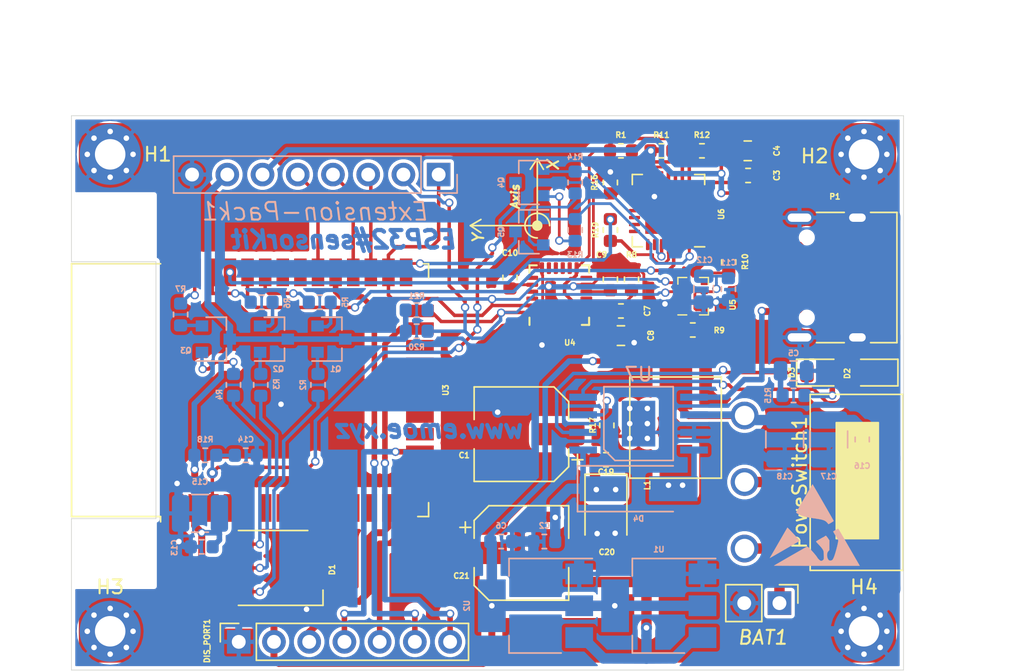
<source format=kicad_pcb>
(kicad_pcb (version 20171130) (host pcbnew "(5.1.5)-2")
  (layers (0 F.Cu signal) (31 B.Cu signal) (34 B.Paste user) (35 F.Paste user) (36 B.SilkS user) (37 F.SilkS user) (38 B.Mask user) (39 F.Mask user) (44 Edge.Cuts user))
  (net 0 "")
  (net 1 "Net-(C1-Pad1)")
  (net 2 GND)
  (net 3 VCC)
  (net 4 VBUS)
  (net 5 "Net-(C9-Pad2)")
  (net 6 "Net-(C10-Pad2)")
  (net 7 VPP)
  (net 8 "Net-(D1-Pad4)")
  (net 9 "Net-(D1-Pad5)")
  (net 10 "Net-(D1-Pad6)")
  (net 11 "Net-(D2-Pad1)")
  (net 12 "Net-(D2-Pad2)")
  (net 13 "Net-(D3-Pad1)")
  (net 14 "Net-(D4-Pad2)")
  (net 15 /IO4_SCL)
  (net 16 /IO25_DAC1)
  (net 17 /IO26_DAC2)
  (net 18 /IO27_ADC2_CH7)
  (net 19 /IO18)
  (net 20 /IO17_U2TXD)
  (net 21 /IO16_U2RXD)
  (net 22 /D+)
  (net 23 "Net-(P1-PadB5)")
  (net 24 /D-)
  (net 25 "Net-(P1-PadA5)")
  (net 26 "Net-(Q1-Pad2)")
  (net 27 "Net-(Q2-Pad2)")
  (net 28 "Net-(Q3-Pad2)")
  (net 29 /EN)
  (net 30 "Net-(Q4-Pad2)")
  (net 31 /RTS)
  (net 32 /DTR)
  (net 33 "Net-(Q5-Pad2)")
  (net 34 /IO0)
  (net 35 "Net-(R1-Pad2)")
  (net 36 /IO21)
  (net 37 /IO22)
  (net 38 /IO23)
  (net 39 "Net-(R8-Pad2)")
  (net 40 "Net-(R9-Pad1)")
  (net 41 "Net-(R10-Pad2)")
  (net 42 "Net-(R11-Pad2)")
  (net 43 "Net-(R16-Pad1)")
  (net 44 "Net-(R17-Pad2)")
  (net 45 "Net-(R19-Pad2)")
  (net 46 /RXD)
  (net 47 /SENSOR_VP)
  (net 48 /SENSOR_VN)
  (net 49 /IO34)
  (net 50 /IO35)
  (net 51 /IO32)
  (net 52 /IO33)
  (net 53 /IO19)
  (net 54 "Net-(U3-Pad32)")
  (net 55 /TXD)
  (net 56 "Net-(U4-Pad6)")
  (net 57 "Net-(U4-Pad7)")
  (net 58 "Net-(U4-Pad12)")
  (net 59 "Net-(U6-Pad1)")
  (net 60 "Net-(U6-Pad2)")
  (net 61 "Net-(U6-Pad10)")
  (net 62 "Net-(U6-Pad12)")
  (net 63 "Net-(U6-Pad13)")
  (net 64 "Net-(U6-Pad14)")
  (net 65 "Net-(U6-Pad15)")
  (net 66 "Net-(U6-Pad16)")
  (net 67 "Net-(U6-Pad17)")
  (net 68 "Net-(U6-Pad18)")
  (net 69 "Net-(U6-Pad19)")
  (net 70 "Net-(U6-Pad20)")
  (net 71 "Net-(U6-Pad21)")
  (net 72 "Net-(U6-Pad22)")
  (net 73 "Net-(U6-Pad23)")
  (net 74 "Net-(U6-Pad27)")
  (net 75 /IO14_HSPI_CLK)
  (net 76 /IO13_HSPI_DATA)
  (net 77 /IO12_RES)
  (net 78 /IO5_DC)
  (net 79 /IO15_HSPI_CS0)
  (net 80 /IO2_SDA)
  (net 81 "Net-(U3-Pad17)")
  (net 82 "Net-(U3-Pad18)")
  (net 83 "Net-(U3-Pad19)")
  (net 84 "Net-(U3-Pad20)")
  (net 85 "Net-(U3-Pad21)")
  (net 86 "Net-(U3-Pad22)")
  (net 87 "Net-(Q1-Pad1)")
  (net 88 "Net-(Q2-Pad1)")
  (net 89 "Net-(Q3-Pad1)")
  (net 90 "Net-(BAT1-Pad1)")
  (module Symbol:ESD-Logo_6.6x6mm_SilkScreen (layer B.Cu) (at 160.274 103.1825 180)
    (fp_text reference REF** hide)
    (fp_text value ESD-Logo_6.6x6mm_SilkScreen hide)
  )
  (module Connector_PinHeader_2.54mm:PinHeader_1x02_P2.54mm_Vertical (layer F.Cu) (at 157.734 108.834 270)
    (fp_text reference BAT1 (at 2.4765 1.2065 180) (layer F.SilkS) (effects (font (thickness 0.15) italic)))
    (fp_text value "BAT Conn.")
    (pad 2 thru_hole oval (at 0 2.54 270) (size 1.7 1.7) (drill 1) (layers *.Cu *.Mask) (net 2 GND))
    (pad 1 thru_hole rect (at 0 0 270) (size 1.7 1.7) (drill 1) (layers *.Cu *.Mask) (net 90 "Net-(BAT1-Pad1)"))
  )
  (module Connector_PinSocket_2.54mm:PinSocket_1x07_P2.54mm_Vertical (layer F.Cu) (at 118.745 111.628 90)
    (fp_text reference DIS_PORT1 (at 0.0635 -2.286 90) (layer F.SilkS) (effects (font (size 0.4 0.4) (thickness 0.1))))
    (fp_text value DISPLAY)
    (pad 7 thru_hole oval (at 0 15.24 90) (size 1.7 1.7) (drill 1) (layers *.Cu *.Mask) (net 79 /IO15_HSPI_CS0))
    (pad 6 thru_hole oval (at 0 12.7 90) (size 1.7 1.7) (drill 1) (layers *.Cu *.Mask) (net 78 /IO5_DC))
    (pad 5 thru_hole oval (at 0 10.16 90) (size 1.7 1.7) (drill 1) (layers *.Cu *.Mask) (net 77 /IO12_RES))
    (pad 4 thru_hole oval (at 0 7.62 90) (size 1.7 1.7) (drill 1) (layers *.Cu *.Mask) (net 76 /IO13_HSPI_DATA))
    (pad 3 thru_hole oval (at 0 5.08 90) (size 1.7 1.7) (drill 1) (layers *.Cu *.Mask) (net 75 /IO14_HSPI_CLK))
    (pad 2 thru_hole oval (at 0 2.54 90) (size 1.7 1.7) (drill 1) (layers *.Cu *.Mask) (net 3 VCC))
    (pad 1 thru_hole rect (at 0 0 90) (size 1.7 1.7) (drill 1) (layers *.Cu *.Mask) (net 2 GND))
  )
  (module Capacitor_SMD:CP_Elec_6.3x5.4 (layer F.Cu) (at 139.1285 105.2145)
    (fp_text reference C21 (at -4.318 1.651) (layer F.SilkS) (effects (font (size 0.4 0.4) (thickness 0.1))))
    (fp_text value 220uF)
    (pad 2 smd roundrect (at 2.8 0) (size 3.5 1.6) (layers F.Cu F.Paste F.Mask) (roundrect_rratio 0.15625) (net 2 GND))
    (pad 1 smd roundrect (at -2.8 0) (size 3.5 1.6) (layers F.Cu F.Paste F.Mask) (roundrect_rratio 0.15625) (net 3 VCC))
  )
  (module Capacitor_SMD:CP_Elec_6.3x5.4 (layer F.Cu) (at 139.1285 96.642 180)
    (fp_text reference C1 (at 4.1275 -1.524) (layer F.SilkS) (effects (font (size 0.4 0.4) (thickness 0.1))))
    (fp_text value 220uF)
    (pad 2 smd roundrect (at 2.8 0 180) (size 3.5 1.6) (layers F.Cu F.Paste F.Mask) (roundrect_rratio 0.15625) (net 2 GND))
    (pad 1 smd roundrect (at -2.8 0 180) (size 3.5 1.6) (layers F.Cu F.Paste F.Mask) (roundrect_rratio 0.15625) (net 1 "Net-(C1-Pad1)"))
  )
  (module Capacitor_SMD:C_1210_3225Metric (layer B.Cu) (at 158.115 97.023 270)
    (fp_text reference C18 (at 2.667 0 180) (layer B.SilkS) (effects (font (size 0.4 0.4) (thickness 0.1)) (justify mirror)))
    (fp_text value 22uF)
    (pad 2 smd roundrect (at 1.4 0 270) (size 1.25 2.65) (layers B.Cu B.Paste B.Mask) (roundrect_rratio 0.2) (net 2 GND))
    (pad 1 smd roundrect (at -1.4 0 270) (size 1.25 2.65) (layers B.Cu B.Paste B.Mask) (roundrect_rratio 0.2) (net 7 VPP))
  )
  (module Capacitor_SMD:C_1210_3225Metric (layer B.Cu) (at 161.29 97.023 270)
    (fp_text reference C17 (at 2.667 0 180) (layer B.SilkS) (effects (font (size 0.4 0.4) (thickness 0.1)) (justify mirror)))
    (fp_text value 22uF)
    (pad 2 smd roundrect (at 1.4 0 270) (size 1.25 2.65) (layers B.Cu B.Paste B.Mask) (roundrect_rratio 0.2) (net 2 GND))
    (pad 1 smd roundrect (at -1.4 0 270) (size 1.25 2.65) (layers B.Cu B.Paste B.Mask) (roundrect_rratio 0.2) (net 7 VPP))
  )
  (module Capacitor_SMD:C_1210_3225Metric (layer B.Cu) (at 115.951 102.357 180)
    (fp_text reference C15 (at 0 2.28) (layer B.SilkS) (effects (font (size 0.4 0.4) (thickness 0.1)) (justify mirror)))
    (fp_text value 22uF)
    (pad 2 smd roundrect (at 1.4 0 180) (size 1.25 2.65) (layers B.Cu B.Paste B.Mask) (roundrect_rratio 0.2) (net 2 GND))
    (pad 1 smd roundrect (at -1.4 0 180) (size 1.25 2.65) (layers B.Cu B.Paste B.Mask) (roundrect_rratio 0.2) (net 3 VCC))
  )
  (module Capacitor_SMD:C_0805_2012Metric (layer F.Cu) (at 155.448 76.195)
    (fp_text reference C4 (at 2.0955 0 90) (layer F.SilkS) (effects (font (size 0.4 0.4) (thickness 0.1))))
    (fp_text value 475)
    (pad 2 smd roundrect (at 0.9375 0) (size 0.975 1.4) (layers F.Cu F.Paste F.Mask) (net 2 GND))
    (pad 1 smd roundrect (at -0.9375 0) (size 0.975 1.4) (layers F.Cu F.Paste F.Mask) (net 3 VCC))
  )
  (module Capacitor_SMD:C_0603_1608Metric (layer B.Cu) (at 140.7795 104.389 180)
    (fp_text reference C2 (at 0 1.143) (layer B.SilkS) (effects (font (size 0.4 0.4) (thickness 0.1)) (justify mirror)))
    (fp_text value 104)
    (pad 1 smd roundrect (at -0.7875 0 180) (size 0.875 0.95) (layers B.Cu B.Paste B.Mask) (net 1 "Net-(C1-Pad1)"))
    (pad 2 smd roundrect (at 0.7875 0 180) (size 0.875 0.95) (layers B.Cu B.Paste B.Mask) (net 2 GND))
  )
  (module Capacitor_SMD:C_0603_1608Metric (layer F.Cu) (at 155.4735 77.973)
    (fp_text reference C3 (at 2.07 0 90) (layer F.SilkS) (effects (font (size 0.4 0.4) (thickness 0.1))))
    (fp_text value 104)
    (pad 2 smd roundrect (at 0.7875 0) (size 0.875 0.95) (layers F.Cu F.Paste F.Mask) (net 2 GND))
    (pad 1 smd roundrect (at -0.7875 0) (size 0.875 0.95) (layers F.Cu F.Paste F.Mask) (net 3 VCC))
  )
  (module Capacitor_SMD:C_0805_2012Metric (layer B.Cu) (at 158.75 92.07)
    (fp_text reference C5 (at 0 -1.27) (layer B.SilkS) (effects (font (size 0.4 0.4) (thickness 0.1)) (justify mirror)))
    (fp_text value 475)
    (pad 2 smd roundrect (at 0.9375 0) (size 0.975 1.4) (layers B.Cu B.Paste B.Mask) (net 2 GND))
    (pad 1 smd roundrect (at -0.9375 0) (size 0.975 1.4) (layers B.Cu B.Paste B.Mask) (net 4 VBUS))
  )
  (module Capacitor_SMD:C_0603_1608Metric (layer B.Cu) (at 137.668 104.389)
    (fp_text reference C6 (at 0 -1.143) (layer B.SilkS) (effects (font (size 0.4 0.4) (thickness 0.1)) (justify mirror)))
    (fp_text value 104)
    (pad 1 smd roundrect (at -0.7875 0) (size 0.875 0.95) (layers B.Cu B.Paste B.Mask) (net 3 VCC))
    (pad 2 smd roundrect (at 0.7875 0) (size 0.875 0.95) (layers B.Cu B.Paste B.Mask) (net 2 GND))
  )
  (module Capacitor_SMD:C_0603_1608Metric (layer F.Cu) (at 146.304 87.752)
    (fp_text reference C7 (at 1.905 0 90) (layer F.SilkS) (effects (font (size 0.4 0.4) (thickness 0.1))))
    (fp_text value 104)
    (pad 2 smd roundrect (at 0.7875 0) (size 0.875 0.95) (layers F.Cu F.Paste F.Mask) (net 2 GND))
    (pad 1 smd roundrect (at -0.7875 0) (size 0.875 0.95) (layers F.Cu F.Paste F.Mask) (net 3 VCC))
  )
  (module Capacitor_SMD:C_0805_2012Metric (layer F.Cu) (at 146.304 89.53)
    (fp_text reference C8 (at 2.159 0 90) (layer F.SilkS) (effects (font (size 0.4 0.4) (thickness 0.1))))
    (fp_text value 475)
    (pad 1 smd roundrect (at -0.9375 0) (size 0.975 1.4) (layers F.Cu F.Paste F.Mask) (net 3 VCC))
    (pad 2 smd roundrect (at 0.9375 0) (size 0.975 1.4) (layers F.Cu F.Paste F.Mask) (net 2 GND))
  )
  (module Capacitor_SMD:C_0603_1608Metric (layer F.Cu) (at 145.542 85.466 270)
    (fp_text reference C9 (at -1.778 0.635) (layer F.SilkS) (effects (font (size 0.4 0.4) (thickness 0.1))))
    (fp_text value 104)
    (pad 1 smd roundrect (at -0.7875 0 270) (size 0.875 0.95) (layers F.Cu F.Paste F.Mask) (net 2 GND))
    (pad 2 smd roundrect (at 0.7875 0 270) (size 0.875 0.95) (layers F.Cu F.Paste F.Mask) (net 5 "Net-(C9-Pad2)"))
  )
  (module Capacitor_SMD:C_0603_1608Metric (layer F.Cu) (at 138.303 85.339 270)
    (fp_text reference C10 (at -1.778 0 180) (layer F.SilkS) (effects (font (size 0.4 0.4) (thickness 0.1))))
    (fp_text value 222)
    (pad 2 smd roundrect (at 0.7875 0 270) (size 0.875 0.95) (layers F.Cu F.Paste F.Mask) (net 6 "Net-(C10-Pad2)"))
    (pad 1 smd roundrect (at -0.7875 0 270) (size 0.875 0.95) (layers F.Cu F.Paste F.Mask) (net 2 GND))
  )
  (module Capacitor_SMD:C_0603_1608Metric (layer B.Cu) (at 154.051 86.1772 90)
    (fp_text reference C11 (at 1.9177 0 180) (layer B.SilkS) (effects (font (size 0.4 0.4) (thickness 0.1)) (justify mirror)))
    (fp_text value 104)
    (pad 2 smd roundrect (at 0.7875 0 90) (size 0.875 0.95) (layers B.Cu B.Paste B.Mask) (net 3 VCC))
    (pad 1 smd roundrect (at -0.7875 0 90) (size 0.875 0.95) (layers B.Cu B.Paste B.Mask) (net 2 GND))
  )
  (module Capacitor_SMD:C_0805_2012Metric (layer B.Cu) (at 152.273 86.1772 90)
    (fp_text reference C12 (at 2.1082 0.0635 180) (layer B.SilkS) (effects (font (size 0.4 0.4) (thickness 0.1)) (justify mirror)))
    (fp_text value 105)
    (pad 1 smd roundrect (at -0.9375 0 90) (size 0.975 1.4) (layers B.Cu B.Paste B.Mask) (net 2 GND))
    (pad 2 smd roundrect (at 0.9375 0 90) (size 0.975 1.4) (layers B.Cu B.Paste B.Mask) (net 3 VCC))
  )
  (module Capacitor_SMD:C_0603_1608Metric (layer B.Cu) (at 116.078 104.77 180)
    (fp_text reference C13 (at 1.9685 -0.0635 270) (layer B.SilkS) (effects (font (size 0.4 0.4) (thickness 0.1)) (justify mirror)))
    (fp_text value 104)
    (pad 2 smd roundrect (at 0.7875 0 180) (size 0.875 0.95) (layers B.Cu B.Paste B.Mask) (net 2 GND))
    (pad 1 smd roundrect (at -0.7875 0 180) (size 0.875 0.95) (layers B.Cu B.Paste B.Mask) (net 3 VCC))
  )
  (module Capacitor_SMD:C_0603_1608Metric (layer B.Cu) (at 119.253 98.166)
    (fp_text reference C14 (at 0 -1.143) (layer B.SilkS) (effects (font (size 0.4 0.4) (thickness 0.1)) (justify mirror)))
    (fp_text value 104)
    (pad 1 smd roundrect (at -0.7875 0) (size 0.875 0.95) (layers B.Cu B.Paste B.Mask) (net 29 /EN))
    (pad 2 smd roundrect (at 0.7875 0) (size 0.875 0.95) (layers B.Cu B.Paste B.Mask) (net 2 GND))
  )
  (module Capacitor_SMD:C_0603_1608Metric (layer B.Cu) (at 163.703 97.023 270)
    (fp_text reference C16 (at 1.905 0 180) (layer B.SilkS) (effects (font (size 0.4 0.4) (thickness 0.1)) (justify mirror)))
    (fp_text value 104)
    (pad 2 smd roundrect (at 0.7875 0 270) (size 0.875 0.95) (layers B.Cu B.Paste B.Mask) (net 2 GND))
    (pad 1 smd roundrect (at -0.7875 0 270) (size 0.875 0.95) (layers B.Cu B.Paste B.Mask) (net 7 VPP))
  )
  (module Capacitor_SMD:C_0603_1608Metric (layer F.Cu) (at 145.2245 98.4835)
    (fp_text reference C19 (at 0 0.889) (layer F.SilkS) (effects (font (size 0.4 0.4) (thickness 0.1))))
    (fp_text value 104)
    (pad 1 smd roundrect (at -0.7875 0) (size 0.875 0.95) (layers F.Cu F.Paste F.Mask) (net 1 "Net-(C1-Pad1)"))
    (pad 2 smd roundrect (at 0.7875 0) (size 0.875 0.95) (layers F.Cu F.Paste F.Mask) (net 2 GND))
  )
  (module Capacitor_Tantalum_SMD:CP_EIA-3528-15_AVX-H_Pad1.50x2.35mm_HandSolder (layer F.Cu) (at 145.2245 102.1665 270)
    (fp_text reference C20 (at 2.9845 -0.0635 180) (layer F.SilkS) (effects (font (size 0.4 0.4) (thickness 0.1))))
    (fp_text value 47uF)
    (pad 1 smd roundrect (at -1.625 0 270) (size 1.5 2.35) (layers F.Cu F.Paste F.Mask) (roundrect_rratio 0.166667) (net 1 "Net-(C1-Pad1)"))
    (pad 2 smd roundrect (at 1.625 0 270) (size 1.5 2.35) (layers F.Cu F.Paste F.Mask) (roundrect_rratio 0.166667) (net 2 GND))
  )
  (module LED_SMD:LED_RGB_5050-6 (layer F.Cu) (at 121.2215 106.294 180)
    (fp_text reference D1 (at -4.2545 -0.127 270) (layer F.SilkS) (effects (font (size 0.4 0.4) (thickness 0.1))))
    (fp_text value LED_RGB)
    (pad 1 smd rect (at -2.4 -1.7 270) (size 1.1 2) (layers F.Cu F.Paste F.Mask) (net 2 GND))
    (pad 2 smd rect (at -2.4 0 270) (size 1.1 2) (layers F.Cu F.Paste F.Mask) (net 2 GND))
    (pad 3 smd rect (at -2.4 1.7 270) (size 1.1 2) (layers F.Cu F.Paste F.Mask) (net 2 GND))
    (pad 4 smd rect (at 2.4 1.7 270) (size 1.1 2) (layers F.Cu F.Paste F.Mask) (net 8 "Net-(D1-Pad4)"))
    (pad 5 smd rect (at 2.4 0 270) (size 1.1 2) (layers F.Cu F.Paste F.Mask) (net 9 "Net-(D1-Pad5)"))
    (pad 6 smd rect (at 2.4 -1.7 270) (size 1.1 2) (layers F.Cu F.Paste F.Mask) (net 10 "Net-(D1-Pad6)"))
  )
  (module Diode_SMD:D_0805_2012Metric (layer F.Cu) (at 164.592 92.197 180)
    (fp_text reference D2 (at 1.9685 -0.0635 90) (layer F.SilkS) (effects (font (size 0.4 0.4) (thickness 0.1))))
    (fp_text value LED_G)
    (pad 1 smd roundrect (at -0.9375 0 180) (size 0.975 1.4) (layers F.Cu F.Paste F.Mask) (net 11 "Net-(D2-Pad1)"))
    (pad 2 smd roundrect (at 0.9375 0 180) (size 0.975 1.4) (layers F.Cu F.Paste F.Mask) (net 12 "Net-(D2-Pad2)"))
  )
  (module Diode_SMD:D_0805_2012Metric (layer F.Cu) (at 160.655 92.197)
    (fp_text reference D3 (at -2.032 0 90) (layer F.SilkS) (effects (font (size 0.4 0.4) (thickness 0.1))))
    (fp_text value LED_R)
    (pad 2 smd roundrect (at 0.9375 0) (size 0.975 1.4) (layers F.Cu F.Paste F.Mask) (net 12 "Net-(D2-Pad2)"))
    (pad 1 smd roundrect (at -0.9375 0) (size 0.975 1.4) (layers F.Cu F.Paste F.Mask) (net 13 "Net-(D3-Pad1)"))
  )
  (module Diode_SMD:D_SMA_Handsoldering (layer B.Cu) (at 147.574 100.579)
    (fp_text reference D4 (at 0 2.159) (layer B.SilkS) (effects (font (size 0.4 0.4) (thickness 0.1)) (justify mirror)))
    (fp_text value D_Schottky)
    (pad 1 smd rect (at -2.5 0) (size 3.5 1.8) (layers B.Cu B.Paste B.Mask) (net 1 "Net-(C1-Pad1)"))
    (pad 2 smd rect (at 2.5 0) (size 3.5 1.8) (layers B.Cu B.Paste B.Mask) (net 14 "Net-(D4-Pad2)"))
  )
  (module MountingHole:MountingHole_2.2mm_M2_Pad_Via (layer F.Cu) (at 109.474 76.449)
    (fp_text reference H1 (at 3.429 0) (layer F.SilkS))
    (fp_text value PAD)
    (pad 1 thru_hole circle (at 1.166726 -1.166726) (size 0.7 0.7) (drill 0.4) (layers *.Cu *.Mask) (net 2 GND))
    (pad 1 thru_hole circle (at 0 -1.65) (size 0.7 0.7) (drill 0.4) (layers *.Cu *.Mask) (net 2 GND))
    (pad 1 thru_hole circle (at -1.166726 -1.166726) (size 0.7 0.7) (drill 0.4) (layers *.Cu *.Mask) (net 2 GND))
    (pad 1 thru_hole circle (at -1.65 0) (size 0.7 0.7) (drill 0.4) (layers *.Cu *.Mask) (net 2 GND))
    (pad 1 thru_hole circle (at -1.166726 1.166726) (size 0.7 0.7) (drill 0.4) (layers *.Cu *.Mask) (net 2 GND))
    (pad 1 thru_hole circle (at 0 1.65) (size 0.7 0.7) (drill 0.4) (layers *.Cu *.Mask) (net 2 GND))
    (pad 1 thru_hole circle (at 1.166726 1.166726) (size 0.7 0.7) (drill 0.4) (layers *.Cu *.Mask) (net 2 GND))
    (pad 1 thru_hole circle (at 1.65 0) (size 0.7 0.7) (drill 0.4) (layers *.Cu *.Mask) (net 2 GND))
    (pad 1 thru_hole circle (at 0 0) (size 4.4 4.4) (drill 2.2) (layers *.Cu *.Mask) (net 2 GND))
  )
  (module MountingHole:MountingHole_2.2mm_M2_Pad_Via (layer F.Cu) (at 163.83 76.449)
    (fp_text reference H2 (at -3.556 0.127) (layer F.SilkS))
    (fp_text value PAD)
    (pad 1 thru_hole circle (at 0 0) (size 4.4 4.4) (drill 2.2) (layers *.Cu *.Mask) (net 2 GND))
    (pad 1 thru_hole circle (at 1.65 0) (size 0.7 0.7) (drill 0.4) (layers *.Cu *.Mask) (net 2 GND))
    (pad 1 thru_hole circle (at 1.166726 1.166726) (size 0.7 0.7) (drill 0.4) (layers *.Cu *.Mask) (net 2 GND))
    (pad 1 thru_hole circle (at 0 1.65) (size 0.7 0.7) (drill 0.4) (layers *.Cu *.Mask) (net 2 GND))
    (pad 1 thru_hole circle (at -1.166726 1.166726) (size 0.7 0.7) (drill 0.4) (layers *.Cu *.Mask) (net 2 GND))
    (pad 1 thru_hole circle (at -1.65 0) (size 0.7 0.7) (drill 0.4) (layers *.Cu *.Mask) (net 2 GND))
    (pad 1 thru_hole circle (at -1.166726 -1.166726) (size 0.7 0.7) (drill 0.4) (layers *.Cu *.Mask) (net 2 GND))
    (pad 1 thru_hole circle (at 0 -1.65) (size 0.7 0.7) (drill 0.4) (layers *.Cu *.Mask) (net 2 GND))
    (pad 1 thru_hole circle (at 1.166726 -1.166726) (size 0.7 0.7) (drill 0.4) (layers *.Cu *.Mask) (net 2 GND))
  )
  (module MountingHole:MountingHole_2.2mm_M2_Pad_Via (layer F.Cu) (at 109.474 110.866)
    (fp_text reference H3 (at 0 -3.2) (layer F.SilkS))
    (fp_text value PAD)
    (pad 1 thru_hole circle (at 1.166726 -1.166726) (size 0.7 0.7) (drill 0.4) (layers *.Cu *.Mask) (net 2 GND))
    (pad 1 thru_hole circle (at 0 -1.65) (size 0.7 0.7) (drill 0.4) (layers *.Cu *.Mask) (net 2 GND))
    (pad 1 thru_hole circle (at -1.166726 -1.166726) (size 0.7 0.7) (drill 0.4) (layers *.Cu *.Mask) (net 2 GND))
    (pad 1 thru_hole circle (at -1.65 0) (size 0.7 0.7) (drill 0.4) (layers *.Cu *.Mask) (net 2 GND))
    (pad 1 thru_hole circle (at -1.166726 1.166726) (size 0.7 0.7) (drill 0.4) (layers *.Cu *.Mask) (net 2 GND))
    (pad 1 thru_hole circle (at 0 1.65) (size 0.7 0.7) (drill 0.4) (layers *.Cu *.Mask) (net 2 GND))
    (pad 1 thru_hole circle (at 1.166726 1.166726) (size 0.7 0.7) (drill 0.4) (layers *.Cu *.Mask) (net 2 GND))
    (pad 1 thru_hole circle (at 1.65 0) (size 0.7 0.7) (drill 0.4) (layers *.Cu *.Mask) (net 2 GND))
    (pad 1 thru_hole circle (at 0 0) (size 4.4 4.4) (drill 2.2) (layers *.Cu *.Mask) (net 2 GND))
  )
  (module MountingHole:MountingHole_2.2mm_M2_Pad_Via (layer F.Cu) (at 163.83 110.866)
    (fp_text reference H4 (at 0 -3.2) (layer F.SilkS))
    (fp_text value PAD)
    (pad 1 thru_hole circle (at 0 0) (size 4.4 4.4) (drill 2.2) (layers *.Cu *.Mask) (net 2 GND))
    (pad 1 thru_hole circle (at 1.65 0) (size 0.7 0.7) (drill 0.4) (layers *.Cu *.Mask) (net 2 GND))
    (pad 1 thru_hole circle (at 1.166726 1.166726) (size 0.7 0.7) (drill 0.4) (layers *.Cu *.Mask) (net 2 GND))
    (pad 1 thru_hole circle (at 0 1.65) (size 0.7 0.7) (drill 0.4) (layers *.Cu *.Mask) (net 2 GND))
    (pad 1 thru_hole circle (at -1.166726 1.166726) (size 0.7 0.7) (drill 0.4) (layers *.Cu *.Mask) (net 2 GND))
    (pad 1 thru_hole circle (at -1.65 0) (size 0.7 0.7) (drill 0.4) (layers *.Cu *.Mask) (net 2 GND))
    (pad 1 thru_hole circle (at -1.166726 -1.166726) (size 0.7 0.7) (drill 0.4) (layers *.Cu *.Mask) (net 2 GND))
    (pad 1 thru_hole circle (at 0 -1.65) (size 0.7 0.7) (drill 0.4) (layers *.Cu *.Mask) (net 2 GND))
    (pad 1 thru_hole circle (at 1.166726 -1.166726) (size 0.7 0.7) (drill 0.4) (layers *.Cu *.Mask) (net 2 GND))
  )
  (module Connector_PinHeader_2.54mm:PinHeader_1x08_P2.54mm_Vertical (layer B.Cu) (at 133.1595 77.9095 90)
    (fp_text reference Extension-Pack1 (at -2.667 -8.89) (layer B.SilkS) (effects (font (size 1.27 1.27) (thickness 0.15) italic) (justify mirror)))
    (fp_text value Conn_01x08)
    (pad 8 thru_hole oval (at 0 -17.78 90) (size 1.7 1.7) (drill 1) (layers *.Cu *.Mask) (net 2 GND))
    (pad 7 thru_hole oval (at 0 -15.24 90) (size 1.7 1.7) (drill 1) (layers *.Cu *.Mask) (net 3 VCC))
    (pad 6 thru_hole oval (at 0 -12.7 90) (size 1.7 1.7) (drill 1) (layers *.Cu *.Mask) (net 4 VBUS))
    (pad 5 thru_hole oval (at 0 -10.16 90) (size 1.7 1.7) (drill 1) (layers *.Cu *.Mask) (net 19 /IO18))
    (pad 4 thru_hole oval (at 0 -7.62 90) (size 1.7 1.7) (drill 1) (layers *.Cu *.Mask) (net 20 /IO17_U2TXD))
    (pad 3 thru_hole oval (at 0 -5.08 90) (size 1.7 1.7) (drill 1) (layers *.Cu *.Mask) (net 21 /IO16_U2RXD))
    (pad 2 thru_hole oval (at 0 -2.54 90) (size 1.7 1.7) (drill 1) (layers *.Cu *.Mask) (net 80 /IO2_SDA))
    (pad 1 thru_hole rect (at 0 0 90) (size 1.7 1.7) (drill 1) (layers *.Cu *.Mask) (net 15 /IO4_SCL))
  )
  (module Inductor_SMD:06030 (layer F.Cu) (at 153.543 99.817 90)
    (fp_text reference L1 (at -0.508 -5.334 90) (layer F.SilkS) (effects (font (size 0.4 0.4) (thickness 0.1))))
    (fp_text value 10uH)
    (pad 1 smd rect (at 0.6604 -3.2766 90) (size 3.5 2.35) (layers F.Cu F.Paste F.Mask) (net 14 "Net-(D4-Pad2)"))
    (pad 2 smd rect (at 6.7104 -3.2766 90) (size 3.5 2.35) (layers F.Cu F.Paste F.Mask) (net 7 VPP))
  )
  (module Connector_USB:USB_C_Receptacle_HRO_TYPE-C-31-M-12 (layer F.Cu) (at 162.306 85.339 90)
    (fp_text reference P1 (at 5.842 -0.5715 180) (layer F.SilkS) (effects (font (size 0.4 0.4) (thickness 0.1))))
    (fp_text value USB_C_Plug_USB2.0)
    (pad S1 thru_hole oval (at 4.32 1.05 90) (size 1 1.6) (drill oval 0.6 1.2) (layers *.Cu *.Mask) (net 2 GND))
    (pad "" np_thru_hole circle (at 2.89 -2.6 90) (size 0.65 0.65) (drill 0.65) (layers *.Cu *.Mask))
    (pad S1 thru_hole oval (at -4.32 1.05 90) (size 1 1.6) (drill oval 0.6 1.2) (layers *.Cu *.Mask) (net 2 GND))
    (pad "" np_thru_hole circle (at -2.89 -2.6 90) (size 0.65 0.65) (drill 0.65) (layers *.Cu *.Mask))
    (pad S1 thru_hole oval (at -4.32 -3.13 90) (size 1 2.1) (drill oval 0.6 1.7) (layers *.Cu *.Mask) (net 2 GND))
    (pad S1 thru_hole oval (at 4.32 -3.13 90) (size 1 2.1) (drill oval 0.6 1.7) (layers *.Cu *.Mask) (net 2 GND))
    (pad A6 smd rect (at -0.25 -4.045 90) (size 0.3 1.45) (layers F.Cu F.Paste F.Mask) (net 22 /D+))
    (pad B5 smd rect (at 1.75 -4.045 90) (size 0.3 1.45) (layers F.Cu F.Paste F.Mask) (net 23 "Net-(P1-PadB5)"))
    (pad A8 smd rect (at 1.25 -4.045 90) (size 0.3 1.45) (layers F.Cu F.Paste F.Mask))
    (pad B6 smd rect (at 0.75 -4.045 90) (size 0.3 1.45) (layers F.Cu F.Paste F.Mask))
    (pad A7 smd rect (at 0.25 -4.045 90) (size 0.3 1.45) (layers F.Cu F.Paste F.Mask) (net 24 /D-))
    (pad B7 smd rect (at -0.75 -4.045 90) (size 0.3 1.45) (layers F.Cu F.Paste F.Mask))
    (pad A5 smd rect (at -1.25 -4.045 90) (size 0.3 1.45) (layers F.Cu F.Paste F.Mask) (net 25 "Net-(P1-PadA5)"))
    (pad B8 smd rect (at -1.75 -4.045 90) (size 0.3 1.45) (layers F.Cu F.Paste F.Mask))
    (pad A12 smd rect (at 3.25 -4.045 90) (size 0.6 1.45) (layers F.Cu F.Paste F.Mask) (net 2 GND))
    (pad B4 smd rect (at 2.45 -4.045 90) (size 0.6 1.45) (layers F.Cu F.Paste F.Mask) (net 4 VBUS))
    (pad A4 smd rect (at -2.45 -4.045 90) (size 0.6 1.45) (layers F.Cu F.Paste F.Mask) (net 4 VBUS))
    (pad A1 smd rect (at -3.25 -4.045 90) (size 0.6 1.45) (layers F.Cu F.Paste F.Mask) (net 2 GND))
    (pad B12 smd rect (at -3.25 -4.045 90) (size 0.6 1.45) (layers F.Cu F.Paste F.Mask) (net 2 GND))
    (pad B9 smd rect (at -2.45 -4.045 90) (size 0.6 1.45) (layers F.Cu F.Paste F.Mask) (net 4 VBUS))
    (pad A9 smd rect (at 2.45 -4.045 90) (size 0.6 1.45) (layers F.Cu F.Paste F.Mask) (net 4 VBUS))
    (pad B1 smd rect (at 3.25 -4.045 90) (size 0.6 1.45) (layers F.Cu F.Paste F.Mask) (net 2 GND))
  )
  (module Package_TO_SOT_SMD:SOT-23 (layer B.Cu) (at 125.4252 89.784)
    (fp_text reference Q1 (at 0.3048 2.159) (layer B.SilkS) (effects (font (size 0.4 0.4) (thickness 0.1)) (justify mirror)))
    (fp_text value S8050)
    (pad 1 smd rect (at -1 0.95) (size 0.9 0.8) (layers B.Cu B.Paste B.Mask) (net 87 "Net-(Q1-Pad1)"))
    (pad 2 smd rect (at -1 -0.95) (size 0.9 0.8) (layers B.Cu B.Paste B.Mask) (net 26 "Net-(Q1-Pad2)"))
    (pad 3 smd rect (at 1 0) (size 0.9 0.8) (layers B.Cu B.Paste B.Mask) (net 3 VCC))
  )
  (module Package_TO_SOT_SMD:SOT-23 (layer B.Cu) (at 121.285 89.784)
    (fp_text reference Q2 (at 0.3175 2.159) (layer B.SilkS) (effects (font (size 0.4 0.4) (thickness 0.1)) (justify mirror)))
    (fp_text value S8050)
    (pad 1 smd rect (at -1 0.95) (size 0.9 0.8) (layers B.Cu B.Paste B.Mask) (net 88 "Net-(Q2-Pad1)"))
    (pad 2 smd rect (at -1 -0.95) (size 0.9 0.8) (layers B.Cu B.Paste B.Mask) (net 27 "Net-(Q2-Pad2)"))
    (pad 3 smd rect (at 1 0) (size 0.9 0.8) (layers B.Cu B.Paste B.Mask) (net 3 VCC))
  )
  (module Package_TO_SOT_SMD:SOT-23 (layer B.Cu) (at 117.094 89.784)
    (fp_text reference Q3 (at -2.159 0.8255) (layer B.SilkS) (effects (font (size 0.4 0.4) (thickness 0.1)) (justify mirror)))
    (fp_text value S8050)
    (pad 3 smd rect (at 1 0) (size 0.9 0.8) (layers B.Cu B.Paste B.Mask) (net 3 VCC))
    (pad 2 smd rect (at -1 -0.95) (size 0.9 0.8) (layers B.Cu B.Paste B.Mask) (net 28 "Net-(Q3-Pad2)"))
    (pad 1 smd rect (at -1 0.95) (size 0.9 0.8) (layers B.Cu B.Paste B.Mask) (net 89 "Net-(Q3-Pad1)"))
  )
  (module Package_TO_SOT_SMD:SOT-23 (layer B.Cu) (at 139.7 78.481 180)
    (fp_text reference Q4 (at 2.032 0 90) (layer B.SilkS) (effects (font (size 0.4 0.4) (thickness 0.1)) (justify mirror)))
    (fp_text value S8050)
    (pad 3 smd rect (at 1 0 180) (size 0.9 0.8) (layers B.Cu B.Paste B.Mask) (net 29 /EN))
    (pad 2 smd rect (at -1 -0.95 180) (size 0.9 0.8) (layers B.Cu B.Paste B.Mask) (net 30 "Net-(Q4-Pad2)"))
    (pad 1 smd rect (at -1 0.95 180) (size 0.9 0.8) (layers B.Cu B.Paste B.Mask) (net 31 /RTS))
  )
  (module Package_TO_SOT_SMD:SOT-23 (layer B.Cu) (at 139.7 82.037 180)
    (fp_text reference Q5 (at 2.032 0 90) (layer B.SilkS) (effects (font (size 0.4 0.4) (thickness 0.1)) (justify mirror)))
    (fp_text value S8050)
    (pad 1 smd rect (at -1 0.95 180) (size 0.9 0.8) (layers B.Cu B.Paste B.Mask) (net 32 /DTR))
    (pad 2 smd rect (at -1 -0.95 180) (size 0.9 0.8) (layers B.Cu B.Paste B.Mask) (net 33 "Net-(Q5-Pad2)"))
    (pad 3 smd rect (at 1 0 180) (size 0.9 0.8) (layers B.Cu B.Paste B.Mask) (net 34 /IO0))
  )
  (module Resistor_SMD:R_0603_1608Metric (layer F.Cu) (at 146.304 76.195)
    (fp_text reference R1 (at 0 -1.143) (layer F.SilkS) (effects (font (size 0.4 0.4) (thickness 0.1))))
    (fp_text value 2k)
    (pad 1 smd roundrect (at -0.7875 0) (size 0.875 0.95) (layers F.Cu F.Paste F.Mask) (net 3 VCC))
    (pad 2 smd roundrect (at 0.7875 0) (size 0.875 0.95) (layers F.Cu F.Paste F.Mask) (net 35 "Net-(R1-Pad2)"))
  )
  (module Resistor_SMD:R_0603_1608Metric (layer B.Cu) (at 124.46 93.086 270)
    (fp_text reference R2 (at 0 1.0795 90) (layer B.SilkS) (effects (font (size 0.4 0.4) (thickness 0.1)) (justify mirror)))
    (fp_text value 1k)
    (pad 1 smd roundrect (at -0.7875 0 270) (size 0.875 0.95) (layers B.Cu B.Paste B.Mask) (net 87 "Net-(Q1-Pad1)"))
    (pad 2 smd roundrect (at 0.7875 0 270) (size 0.875 0.95) (layers B.Cu B.Paste B.Mask) (net 10 "Net-(D1-Pad6)"))
  )
  (module Resistor_SMD:R_0603_1608Metric (layer B.Cu) (at 120.3325 93.086 270)
    (fp_text reference R3 (at -0.0635 -1.143 90) (layer B.SilkS) (effects (font (size 0.4 0.4) (thickness 0.1)) (justify mirror)))
    (fp_text value 1k)
    (pad 1 smd roundrect (at -0.7875 0 270) (size 0.875 0.95) (layers B.Cu B.Paste B.Mask) (net 88 "Net-(Q2-Pad1)"))
    (pad 2 smd roundrect (at 0.7875 0 270) (size 0.875 0.95) (layers B.Cu B.Paste B.Mask) (net 9 "Net-(D1-Pad5)"))
  )
  (module Resistor_SMD:R_0603_1608Metric (layer B.Cu) (at 118.364 93.086 270)
    (fp_text reference R4 (at 0.6985 1.016 90) (layer B.SilkS) (effects (font (size 0.4 0.4) (thickness 0.1)) (justify mirror)))
    (fp_text value 1k)
    (pad 2 smd roundrect (at 0.7875 0 270) (size 0.875 0.95) (layers B.Cu B.Paste B.Mask) (net 8 "Net-(D1-Pad4)"))
    (pad 1 smd roundrect (at -0.7875 0 270) (size 0.875 0.95) (layers B.Cu B.Paste B.Mask) (net 89 "Net-(Q3-Pad1)"))
  )
  (module Resistor_SMD:R_0603_1608Metric (layer B.Cu) (at 124.587 87.117)
    (fp_text reference R5 (at 1.8415 0 90) (layer B.SilkS) (effects (font (size 0.4 0.4) (thickness 0.1)) (justify mirror)))
    (fp_text value 1k)
    (pad 1 smd roundrect (at -0.7875 0) (size 0.875 0.95) (layers B.Cu B.Paste B.Mask) (net 36 /IO21))
    (pad 2 smd roundrect (at 0.7875 0) (size 0.875 0.95) (layers B.Cu B.Paste B.Mask) (net 26 "Net-(Q1-Pad2)"))
  )
  (module Resistor_SMD:R_0603_1608Metric (layer B.Cu) (at 120.396 87.117)
    (fp_text reference R6 (at 1.8415 0.0635 90) (layer B.SilkS) (effects (font (size 0.4 0.4) (thickness 0.1)) (justify mirror)))
    (fp_text value 1k)
    (pad 2 smd roundrect (at 0.7875 0) (size 0.875 0.95) (layers B.Cu B.Paste B.Mask) (net 27 "Net-(Q2-Pad2)"))
    (pad 1 smd roundrect (at -0.7875 0) (size 0.875 0.95) (layers B.Cu B.Paste B.Mask) (net 37 /IO22))
  )
  (module Resistor_SMD:R_0603_1608Metric (layer B.Cu) (at 114.554 88.006 270)
    (fp_text reference R7 (at -1.8415 0 180) (layer B.SilkS) (effects (font (size 0.4 0.4) (thickness 0.1)) (justify mirror)))
    (fp_text value 1k)
    (pad 1 smd roundrect (at -0.7875 0 270) (size 0.875 0.95) (layers B.Cu B.Paste B.Mask) (net 38 /IO23))
    (pad 2 smd roundrect (at 0.7875 0 270) (size 0.875 0.95) (layers B.Cu B.Paste B.Mask) (net 28 "Net-(Q3-Pad2)"))
  )
  (module Resistor_SMD:R_0603_1608Metric (layer F.Cu) (at 147.066 85.466 270)
    (fp_text reference R8 (at -1.778 0 180) (layer F.SilkS) (effects (font (size 0.4 0.4) (thickness 0.1))))
    (fp_text value 10k)
    (pad 2 smd roundrect (at 0.7875 0 270) (size 0.875 0.95) (layers F.Cu F.Paste F.Mask) (net 39 "Net-(R8-Pad2)"))
    (pad 1 smd roundrect (at -0.7875 0 270) (size 0.875 0.95) (layers F.Cu F.Paste F.Mask) (net 2 GND))
  )
  (module Resistor_SMD:R_0603_1608Metric (layer F.Cu) (at 151.4856 89.1236)
    (fp_text reference R9 (at 1.905 0.0254) (layer F.SilkS) (effects (font (size 0.4 0.4) (thickness 0.1))))
    (fp_text value 10k)
    (pad 2 smd roundrect (at 0.7875 0) (size 0.875 0.95) (layers F.Cu F.Paste F.Mask) (net 3 VCC))
    (pad 1 smd roundrect (at -0.7875 0) (size 0.875 0.95) (layers F.Cu F.Paste F.Mask) (net 40 "Net-(R9-Pad1)"))
  )
  (module Resistor_SMD:R_0603_1608Metric (layer F.Cu) (at 154.0764 84.2214 270)
    (fp_text reference R10 (at -0.0254 -1.1811 90) (layer F.SilkS) (effects (font (size 0.4 0.4) (thickness 0.1))))
    (fp_text value 10k)
    (pad 1 smd roundrect (at -0.7875 0 270) (size 0.875 0.95) (layers F.Cu F.Paste F.Mask) (net 2 GND))
    (pad 2 smd roundrect (at 0.7875 0 270) (size 0.875 0.95) (layers F.Cu F.Paste F.Mask) (net 41 "Net-(R10-Pad2)"))
  )
  (module Resistor_SMD:R_0603_1608Metric (layer F.Cu) (at 149.225 76.195)
    (fp_text reference R11 (at 0 -1.143) (layer F.SilkS) (effects (font (size 0.4 0.4) (thickness 0.1))))
    (fp_text value 47k)
    (pad 2 smd roundrect (at 0.7875 0) (size 0.875 0.95) (layers F.Cu F.Paste F.Mask) (net 42 "Net-(R11-Pad2)"))
    (pad 1 smd roundrect (at -0.7875 0) (size 0.875 0.95) (layers F.Cu F.Paste F.Mask) (net 2 GND))
  )
  (module Resistor_SMD:R_0603_1608Metric (layer F.Cu) (at 152.146 76.195 180)
    (fp_text reference R12 (at 0 1.143) (layer F.SilkS) (effects (font (size 0.4 0.4) (thickness 0.1))))
    (fp_text value 22k)
    (pad 1 smd roundrect (at -0.7875 0 180) (size 0.875 0.95) (layers F.Cu F.Paste F.Mask) (net 4 VBUS))
    (pad 2 smd roundrect (at 0.7875 0 180) (size 0.875 0.95) (layers F.Cu F.Paste F.Mask) (net 42 "Net-(R11-Pad2)"))
  )
  (module Resistor_SMD:R_0603_1608Metric (layer B.Cu) (at 143.002 81.91 90)
    (fp_text reference R13 (at -1.778 0 180) (layer B.SilkS) (effects (font (size 0.4 0.4) (thickness 0.1)) (justify mirror)))
    (fp_text value 10k)
    (pad 1 smd roundrect (at -0.7875 0 90) (size 0.875 0.95) (layers B.Cu B.Paste B.Mask) (net 30 "Net-(Q4-Pad2)"))
    (pad 2 smd roundrect (at 0.7875 0 90) (size 0.875 0.95) (layers B.Cu B.Paste B.Mask) (net 32 /DTR))
  )
  (module Resistor_SMD:R_0603_1608Metric (layer B.Cu) (at 143.002 78.481 90)
    (fp_text reference R14 (at 1.8415 0 180) (layer B.SilkS) (effects (font (size 0.4 0.4) (thickness 0.1)) (justify mirror)))
    (fp_text value 10k)
    (pad 2 smd roundrect (at 0.7875 0 90) (size 0.875 0.95) (layers B.Cu B.Paste B.Mask) (net 31 /RTS))
    (pad 1 smd roundrect (at -0.7875 0 90) (size 0.875 0.95) (layers B.Cu B.Paste B.Mask) (net 33 "Net-(Q5-Pad2)"))
  )
  (module Resistor_SMD:R_0603_1608Metric (layer B.Cu) (at 158.75 93.848 180)
    (fp_text reference R15 (at 1.8415 0 270) (layer B.SilkS) (effects (font (size 0.4 0.4) (thickness 0.1)) (justify mirror)))
    (fp_text value 1k)
    (pad 1 smd roundrect (at -0.7875 0 180) (size 0.875 0.95) (layers B.Cu B.Paste B.Mask) (net 12 "Net-(D2-Pad2)"))
    (pad 2 smd roundrect (at 0.7875 0 180) (size 0.875 0.95) (layers B.Cu B.Paste B.Mask) (net 4 VBUS))
  )
  (module Resistor_SMD:R_0603_1608Metric (layer F.Cu) (at 145.542 78.481 90)
    (fp_text reference R16 (at 0 -1.143 90) (layer F.SilkS) (effects (font (size 0.4 0.4) (thickness 0.1))))
    (fp_text value "10k(NC)")
    (pad 2 smd roundrect (at 0.7875 0 90) (size 0.875 0.95) (layers F.Cu F.Paste F.Mask) (net 2 GND))
    (pad 1 smd roundrect (at -0.7875 0 90) (size 0.875 0.95) (layers F.Cu F.Paste F.Mask) (net 43 "Net-(R16-Pad1)"))
  )
  (module Resistor_SMD:R_0603_1608Metric (layer F.Cu) (at 145.288 96.007 90)
    (fp_text reference R17 (at 0 -1.016 270) (layer F.SilkS) (effects (font (size 0.4 0.4) (thickness 0.1))))
    (fp_text value 2k)
    (pad 2 smd roundrect (at 0.7875 0 90) (size 0.875 0.95) (layers F.Cu F.Paste F.Mask) (net 44 "Net-(R17-Pad2)"))
    (pad 1 smd roundrect (at -0.7875 0 90) (size 0.875 0.95) (layers F.Cu F.Paste F.Mask) (net 2 GND))
  )
  (module Resistor_SMD:R_0603_1608Metric (layer B.Cu) (at 116.332 98.166)
    (fp_text reference R18 (at 0 -1.143) (layer B.SilkS) (effects (font (size 0.4 0.4) (thickness 0.1)) (justify mirror)))
    (fp_text value 10K)
    (pad 1 smd roundrect (at -0.7875 0) (size 0.875 0.95) (layers B.Cu B.Paste B.Mask) (net 3 VCC))
    (pad 2 smd roundrect (at 0.7875 0) (size 0.875 0.95) (layers B.Cu B.Paste B.Mask) (net 29 /EN))
  )
  (module Resistor_SMD:R_0603_1608Metric (layer F.Cu) (at 145.542 81.91 270)
    (fp_text reference R19 (at 0 1.0795 90) (layer F.SilkS) (effects (font (size 0.4 0.4) (thickness 0.1))))
    (fp_text value 470)
    (pad 2 smd roundrect (at 0.7875 0 270) (size 0.875 0.95) (layers F.Cu F.Paste F.Mask) (net 45 "Net-(R19-Pad2)"))
    (pad 1 smd roundrect (at -0.7875 0 270) (size 0.875 0.95) (layers F.Cu F.Paste F.Mask) (net 46 /RXD))
  )
  (module Resistor_SMD:R_0603_1608Metric (layer B.Cu) (at 131.572 89.2125 180)
    (fp_text reference R20 (at 0 -1.143) (layer B.SilkS) (effects (font (size 0.4 0.4) (thickness 0.1)) (justify mirror)))
    (fp_text value 4.7k)
    (pad 1 smd roundrect (at -0.7875 0 180) (size 0.875 0.95) (layers B.Cu B.Paste B.Mask) (net 80 /IO2_SDA))
    (pad 2 smd roundrect (at 0.7875 0 180) (size 0.875 0.95) (layers B.Cu B.Paste B.Mask) (net 3 VCC))
  )
  (module Resistor_SMD:R_0603_1608Metric (layer B.Cu) (at 131.572 87.6885 180)
    (fp_text reference R21 (at 0 1.016 180) (layer B.SilkS) (effects (font (size 0.4 0.4) (thickness 0.1)) (justify mirror)))
    (fp_text value 4.7k)
    (pad 2 smd roundrect (at 0.7875 0 180) (size 0.875 0.95) (layers B.Cu B.Paste B.Mask) (net 3 VCC))
    (pad 1 smd roundrect (at -0.7875 0 180) (size 0.875 0.95) (layers B.Cu B.Paste B.Mask) (net 15 /IO4_SCL))
  )
  (module Button_Switch_THT:SS12D06 (layer F.Cu) (at 166.6494 106.4718 270)
    (fp_text reference PoweSwitch1 (at -6.3373 7.4549 90) (layer F.SilkS))
    (fp_text value "BAT Switch")
    (pad 1 thru_hole circle (at -11.176 11.43 270) (size 2 2) (drill 1.4) (layers *.Cu *.Mask) (net 7 VPP))
    (pad 2 thru_hole circle (at -6.376 11.43 270) (size 2 2) (drill 1.4) (layers *.Cu *.Mask) (net 90 "Net-(BAT1-Pad1)"))
    (pad 3 thru_hole circle (at -1.576 11.43 270) (size 2 2) (drill 1.4) (layers *.Cu *.Mask) (net 90 "Net-(BAT1-Pad1)"))
  )
  (module Package_TO_SOT_SMD:SOT-223-3_TabPin2 (layer B.Cu) (at 149.0345 109.0245 180)
    (fp_text reference U1 (at 0 4.064) (layer B.SilkS) (effects (font (size 0.4 0.4) (thickness 0.1)) (justify mirror)))
    (fp_text value AMS1117-3.3)
    (pad 2 smd rect (at 3.15 0 180) (size 2 3.8) (layers B.Cu B.Paste B.Mask) (net 3 VCC))
    (pad 2 smd rect (at -3.15 0 180) (size 2 1.5) (layers B.Cu B.Paste B.Mask) (net 3 VCC))
    (pad 3 smd rect (at -3.15 -2.3 180) (size 2 1.5) (layers B.Cu B.Paste B.Mask) (net 1 "Net-(C1-Pad1)"))
    (pad 1 smd rect (at -3.15 2.3 180) (size 2 1.5) (layers B.Cu B.Paste B.Mask) (net 2 GND))
  )
  (module Package_TO_SOT_SMD:SOT-223-3_TabPin2 (layer B.Cu) (at 140.1445 109.0245 180)
    (fp_text reference U2 (at 4.953 0 90) (layer B.SilkS) (effects (font (size 0.4 0.4) (thickness 0.1)) (justify mirror)))
    (fp_text value AMS1117-3.3)
    (pad 1 smd rect (at -3.15 2.3 180) (size 2 1.5) (layers B.Cu B.Paste B.Mask) (net 2 GND))
    (pad 3 smd rect (at -3.15 -2.3 180) (size 2 1.5) (layers B.Cu B.Paste B.Mask) (net 1 "Net-(C1-Pad1)"))
    (pad 2 smd rect (at -3.15 0 180) (size 2 1.5) (layers B.Cu B.Paste B.Mask) (net 3 VCC))
    (pad 2 smd rect (at 3.15 0 180) (size 2 3.8) (layers B.Cu B.Paste B.Mask) (net 3 VCC))
  )
  (module RF_Module:ESP32-WROOM-32 (layer F.Cu) (at 122.555 93.467 90)
    (fp_text reference U3 (at 0 11.1125 90) (layer F.SilkS) (effects (font (size 0.4 0.4) (thickness 0.1))))
    (fp_text value ESP32-WROOM-32D)
    (pad 39 smd rect (at -1 -0.755 90) (size 5 5) (layers F.Cu F.Paste F.Mask) (net 2 GND))
    (pad 1 smd rect (at -8.5 -8.255 90) (size 2 0.9) (layers F.Cu F.Paste F.Mask) (net 2 GND))
    (pad 2 smd rect (at -8.5 -6.985 90) (size 2 0.9) (layers F.Cu F.Paste F.Mask) (net 3 VCC))
    (pad 3 smd rect (at -8.5 -5.715 90) (size 2 0.9) (layers F.Cu F.Paste F.Mask) (net 29 /EN))
    (pad 4 smd rect (at -8.5 -4.445 90) (size 2 0.9) (layers F.Cu F.Paste F.Mask) (net 47 /SENSOR_VP))
    (pad 5 smd rect (at -8.5 -3.175 90) (size 2 0.9) (layers F.Cu F.Paste F.Mask) (net 48 /SENSOR_VN))
    (pad 6 smd rect (at -8.5 -1.905 90) (size 2 0.9) (layers F.Cu F.Paste F.Mask) (net 49 /IO34))
    (pad 7 smd rect (at -8.5 -0.635 90) (size 2 0.9) (layers F.Cu F.Paste F.Mask) (net 50 /IO35))
    (pad 8 smd rect (at -8.5 0.635 90) (size 2 0.9) (layers F.Cu F.Paste F.Mask) (net 51 /IO32))
    (pad 9 smd rect (at -8.5 1.905 90) (size 2 0.9) (layers F.Cu F.Paste F.Mask) (net 52 /IO33))
    (pad 10 smd rect (at -8.5 3.175 90) (size 2 0.9) (layers F.Cu F.Paste F.Mask) (net 16 /IO25_DAC1))
    (pad 11 smd rect (at -8.5 4.445 90) (size 2 0.9) (layers F.Cu F.Paste F.Mask) (net 17 /IO26_DAC2))
    (pad 12 smd rect (at -8.5 5.715 90) (size 2 0.9) (layers F.Cu F.Paste F.Mask) (net 18 /IO27_ADC2_CH7))
    (pad 13 smd rect (at -8.5 6.985 90) (size 2 0.9) (layers F.Cu F.Paste F.Mask) (net 75 /IO14_HSPI_CLK))
    (pad 14 smd rect (at -8.5 8.255 90) (size 2 0.9) (layers F.Cu F.Paste F.Mask) (net 77 /IO12_RES))
    (pad 15 smd rect (at -5.715 9.255 180) (size 2 0.9) (layers F.Cu F.Paste F.Mask) (net 2 GND))
    (pad 16 smd rect (at -4.445 9.255 180) (size 2 0.9) (layers F.Cu F.Paste F.Mask) (net 76 /IO13_HSPI_DATA))
    (pad 17 smd rect (at -3.175 9.255 180) (size 2 0.9) (layers F.Cu F.Paste F.Mask) (net 81 "Net-(U3-Pad17)"))
    (pad 18 smd rect (at -1.905 9.255 180) (size 2 0.9) (layers F.Cu F.Paste F.Mask) (net 82 "Net-(U3-Pad18)"))
    (pad 19 smd rect (at -0.635 9.255 180) (size 2 0.9) (layers F.Cu F.Paste F.Mask) (net 83 "Net-(U3-Pad19)"))
    (pad 20 smd rect (at 0.635 9.255 180) (size 2 0.9) (layers F.Cu F.Paste F.Mask) (net 84 "Net-(U3-Pad20)"))
    (pad 21 smd rect (at 1.905 9.255 180) (size 2 0.9) (layers F.Cu F.Paste F.Mask) (net 85 "Net-(U3-Pad21)"))
    (pad 22 smd rect (at 3.175 9.255 180) (size 2 0.9) (layers F.Cu F.Paste F.Mask) (net 86 "Net-(U3-Pad22)"))
    (pad 23 smd rect (at 4.445 9.255 180) (size 2 0.9) (layers F.Cu F.Paste F.Mask) (net 79 /IO15_HSPI_CS0))
    (pad 24 smd rect (at 5.715 9.255 180) (size 2 0.9) (layers F.Cu F.Paste F.Mask) (net 80 /IO2_SDA))
    (pad 25 smd rect (at 8.5 8.255 90) (size 2 0.9) (layers F.Cu F.Paste F.Mask) (net 34 /IO0))
    (pad 26 smd rect (at 8.5 6.985 90) (size 2 0.9) (layers F.Cu F.Paste F.Mask) (net 15 /IO4_SCL))
    (pad 27 smd rect (at 8.5 5.715 90) (size 2 0.9) (layers F.Cu F.Paste F.Mask) (net 21 /IO16_U2RXD))
    (pad 28 smd rect (at 8.5 4.445 90) (size 2 0.9) (layers F.Cu F.Paste F.Mask) (net 20 /IO17_U2TXD))
    (pad 29 smd rect (at 8.5 3.175 90) (size 2 0.9) (layers F.Cu F.Paste F.Mask) (net 78 /IO5_DC))
    (pad 30 smd rect (at 8.5 1.905 90) (size 2 0.9) (layers F.Cu F.Paste F.Mask) (net 19 /IO18))
    (pad 31 smd rect (at 8.5 0.635 90) (size 2 0.9) (layers F.Cu F.Paste F.Mask) (net 53 /IO19))
    (pad 32 smd rect (at 8.5 -0.635 90) (size 2 0.9) (layers F.Cu F.Paste F.Mask) (net 54 "Net-(U3-Pad32)"))
    (pad 33 smd rect (at 8.5 -1.905 90) (size 2 0.9) (layers F.Cu F.Paste F.Mask) (net 36 /IO21))
    (pad 34 smd rect (at 8.5 -3.175 90) (size 2 0.9) (layers F.Cu F.Paste F.Mask) (net 55 /TXD))
    (pad 35 smd rect (at 8.5 -4.445 90) (size 2 0.9) (layers F.Cu F.Paste F.Mask) (net 46 /RXD))
    (pad 36 smd rect (at 8.5 -5.715 90) (size 2 0.9) (layers F.Cu F.Paste F.Mask) (net 37 /IO22))
    (pad 37 smd rect (at 8.5 -6.985 90) (size 2 0.9) (layers F.Cu F.Paste F.Mask) (net 38 /IO23))
    (pad 38 smd rect (at 8.5 -8.255 90) (size 2 0.9) (layers F.Cu F.Paste F.Mask) (net 2 GND))
  )
  (module Sensor_Motion:InvenSense_QFN-24_4x4mm_P0.5mm (layer F.Cu) (at 141.859 86.609 90)
    (fp_text reference U4 (at -3.429 0.762 180) (layer F.SilkS) (effects (font (size 0.4 0.4) (thickness 0.1))))
    (fp_text value MPU-6050)
    (pad 1 smd roundrect (at -1.95 -1.25 90) (size 0.85 0.3) (layers F.Cu F.Paste F.Mask) (net 2 GND))
    (pad 2 smd roundrect (at -1.95 -0.75 90) (size 0.85 0.3) (layers F.Cu F.Paste F.Mask))
    (pad 3 smd roundrect (at -1.95 -0.25 90) (size 0.85 0.3) (layers F.Cu F.Paste F.Mask))
    (pad 4 smd roundrect (at -1.95 0.25 90) (size 0.85 0.3) (layers F.Cu F.Paste F.Mask))
    (pad 5 smd roundrect (at -1.95 0.75 90) (size 0.85 0.3) (layers F.Cu F.Paste F.Mask))
    (pad 6 smd roundrect (at -1.95 1.25 90) (size 0.85 0.3) (layers F.Cu F.Paste F.Mask) (net 56 "Net-(U4-Pad6)"))
    (pad 7 smd roundrect (at -1.25 1.95 180) (size 0.85 0.3) (layers F.Cu F.Paste F.Mask) (net 57 "Net-(U4-Pad7)"))
    (pad 8 smd roundrect (at -0.75 1.95 180) (size 0.85 0.3) (layers F.Cu F.Paste F.Mask) (net 3 VCC))
    (pad 9 smd roundrect (at -0.25 1.95 180) (size 0.85 0.3) (layers F.Cu F.Paste F.Mask) (net 39 "Net-(R8-Pad2)"))
    (pad 10 smd roundrect (at 0.25 1.95 180) (size 0.85 0.3) (layers F.Cu F.Paste F.Mask) (net 5 "Net-(C9-Pad2)"))
    (pad 11 smd roundrect (at 0.75 1.95 180) (size 0.85 0.3) (layers F.Cu F.Paste F.Mask) (net 2 GND))
    (pad 12 smd roundrect (at 1.25 1.95 180) (size 0.85 0.3) (layers F.Cu F.Paste F.Mask) (net 58 "Net-(U4-Pad12)"))
    (pad 13 smd roundrect (at 1.95 1.25 90) (size 0.85 0.3) (layers F.Cu F.Paste F.Mask) (net 3 VCC))
    (pad 14 smd roundrect (at 1.95 0.75 90) (size 0.85 0.3) (layers F.Cu F.Paste F.Mask))
    (pad 15 smd roundrect (at 1.95 0.25 90) (size 0.85 0.3) (layers F.Cu F.Paste F.Mask))
    (pad 16 smd roundrect (at 1.95 -0.25 90) (size 0.85 0.3) (layers F.Cu F.Paste F.Mask))
    (pad 17 smd roundrect (at 1.95 -0.75 90) (size 0.85 0.3) (layers F.Cu F.Paste F.Mask))
    (pad 18 smd roundrect (at 1.95 -1.25 90) (size 0.85 0.3) (layers F.Cu F.Paste F.Mask) (net 2 GND))
    (pad 19 smd roundrect (at 1.25 -1.95 180) (size 0.85 0.3) (layers F.Cu F.Paste F.Mask))
    (pad 20 smd roundrect (at 0.75 -1.95 180) (size 0.85 0.3) (layers F.Cu F.Paste F.Mask) (net 6 "Net-(C10-Pad2)"))
    (pad 21 smd roundrect (at 0.25 -1.95 180) (size 0.85 0.3) (layers F.Cu F.Paste F.Mask))
    (pad 22 smd roundrect (at -0.25 -1.95 180) (size 0.85 0.3) (layers F.Cu F.Paste F.Mask))
    (pad 23 smd roundrect (at -0.75 -1.95 180) (size 0.85 0.3) (layers F.Cu F.Paste F.Mask) (net 15 /IO4_SCL))
    (pad 24 smd roundrect (at -1.25 -1.95 180) (size 0.85 0.3) (layers F.Cu F.Paste F.Mask) (net 80 /IO2_SDA))
  )
  (module Package_LGA:Bosch_LGA-8_2x2.5mm_P0.65mm_ClockwisePinNumbering (layer F.Cu) (at 151.511 86.6852 90)
    (fp_text reference U5 (at -0.6223 2.8575 90) (layer F.SilkS) (effects (font (size 0.4 0.4) (thickness 0.1))))
    (fp_text value BMP280)
    (pad 1 smd rect (at -0.975 -0.8 180) (size 0.5 0.35) (layers F.Cu F.Paste F.Mask) (net 2 GND))
    (pad 5 smd rect (at 0.975 0.8 180) (size 0.5 0.35) (layers F.Cu F.Paste F.Mask) (net 41 "Net-(R10-Pad2)"))
    (pad 6 smd rect (at 0.325 0.8 180) (size 0.5 0.35) (layers F.Cu F.Paste F.Mask) (net 3 VCC))
    (pad 7 smd rect (at -0.325 0.8 180) (size 0.5 0.35) (layers F.Cu F.Paste F.Mask) (net 2 GND))
    (pad 4 smd rect (at 0.975 -0.8 180) (size 0.5 0.35) (layers F.Cu F.Paste F.Mask) (net 15 /IO4_SCL))
    (pad 3 smd rect (at 0.325 -0.8 180) (size 0.5 0.35) (layers F.Cu F.Paste F.Mask) (net 80 /IO2_SDA))
    (pad 2 smd rect (at -0.325 -0.8 180) (size 0.5 0.35) (layers F.Cu F.Paste F.Mask) (net 40 "Net-(R9-Pad1)"))
    (pad 8 smd rect (at -0.975 0.8 180) (size 0.5 0.35) (layers F.Cu F.Paste F.Mask) (net 3 VCC))
  )
  (module Package_DFN_QFN:QFN-28-1EP_5x5mm_P0.5mm_EP3.35x3.35mm (layer F.Cu) (at 149.733 80.513 180)
    (fp_text reference U6 (at -3.81 -0.254 90) (layer F.SilkS) (effects (font (size 0.4 0.4) (thickness 0.1))))
    (fp_text value CP2102N-A01)
    (pad 1 smd roundrect (at -2.45 -1.5 180) (size 0.8 0.25) (layers F.Cu F.Paste F.Mask) (net 59 "Net-(U6-Pad1)"))
    (pad 2 smd roundrect (at -2.45 -1 180) (size 0.8 0.25) (layers F.Cu F.Paste F.Mask) (net 60 "Net-(U6-Pad2)"))
    (pad 3 smd roundrect (at -2.45 -0.5 180) (size 0.8 0.25) (layers F.Cu F.Paste F.Mask) (net 2 GND))
    (pad 4 smd roundrect (at -2.45 0 180) (size 0.8 0.25) (layers F.Cu F.Paste F.Mask) (net 22 /D+))
    (pad 5 smd roundrect (at -2.45 0.5 180) (size 0.8 0.25) (layers F.Cu F.Paste F.Mask) (net 24 /D-))
    (pad 6 smd roundrect (at -2.45 1 180) (size 0.8 0.25) (layers F.Cu F.Paste F.Mask) (net 3 VCC))
    (pad 7 smd roundrect (at -2.45 1.5 180) (size 0.8 0.25) (layers F.Cu F.Paste F.Mask) (net 3 VCC))
    (pad 8 smd roundrect (at -1.5 2.45 180) (size 0.25 0.8) (layers F.Cu F.Paste F.Mask) (net 42 "Net-(R11-Pad2)"))
    (pad 9 smd roundrect (at -1 2.45 180) (size 0.25 0.8) (layers F.Cu F.Paste F.Mask) (net 35 "Net-(R1-Pad2)"))
    (pad 10 smd roundrect (at -0.5 2.45 180) (size 0.25 0.8) (layers F.Cu F.Paste F.Mask) (net 61 "Net-(U6-Pad10)"))
    (pad 11 smd roundrect (at 0 2.45 180) (size 0.25 0.8) (layers F.Cu F.Paste F.Mask) (net 43 "Net-(R16-Pad1)"))
    (pad 12 smd roundrect (at 0.5 2.45 180) (size 0.25 0.8) (layers F.Cu F.Paste F.Mask) (net 62 "Net-(U6-Pad12)"))
    (pad 13 smd roundrect (at 1 2.45 180) (size 0.25 0.8) (layers F.Cu F.Paste F.Mask) (net 63 "Net-(U6-Pad13)"))
    (pad 14 smd roundrect (at 1.5 2.45 180) (size 0.25 0.8) (layers F.Cu F.Paste F.Mask) (net 64 "Net-(U6-Pad14)"))
    (pad 15 smd roundrect (at 2.45 1.5 180) (size 0.8 0.25) (layers F.Cu F.Paste F.Mask) (net 65 "Net-(U6-Pad15)"))
    (pad 16 smd roundrect (at 2.45 1 180) (size 0.8 0.25) (layers F.Cu F.Paste F.Mask) (net 66 "Net-(U6-Pad16)"))
    (pad 17 smd roundrect (at 2.45 0.5 180) (size 0.8 0.25) (layers F.Cu F.Paste F.Mask) (net 67 "Net-(U6-Pad17)"))
    (pad 18 smd roundrect (at 2.45 0 180) (size 0.8 0.25) (layers F.Cu F.Paste F.Mask) (net 68 "Net-(U6-Pad18)"))
    (pad 19 smd roundrect (at 2.45 -0.5 180) (size 0.8 0.25) (layers F.Cu F.Paste F.Mask) (net 69 "Net-(U6-Pad19)"))
    (pad 20 smd roundrect (at 2.45 -1 180) (size 0.8 0.25) (layers F.Cu F.Paste F.Mask) (net 70 "Net-(U6-Pad20)"))
    (pad 21 smd roundrect (at 2.45 -1.5 180) (size 0.8 0.25) (layers F.Cu F.Paste F.Mask) (net 71 "Net-(U6-Pad21)"))
    (pad 22 smd roundrect (at 1.5 -2.45 180) (size 0.25 0.8) (layers F.Cu F.Paste F.Mask) (net 72 "Net-(U6-Pad22)"))
    (pad 23 smd roundrect (at 1 -2.45 180) (size 0.25 0.8) (layers F.Cu F.Paste F.Mask) (net 73 "Net-(U6-Pad23)"))
    (pad 24 smd roundrect (at 0.5 -2.45 180) (size 0.25 0.8) (layers F.Cu F.Paste F.Mask) (net 31 /RTS))
    (pad 25 smd roundrect (at 0 -2.45 180) (size 0.25 0.8) (layers F.Cu F.Paste F.Mask) (net 45 "Net-(R19-Pad2)"))
    (pad 26 smd roundrect (at -0.5 -2.45 180) (size 0.25 0.8) (layers F.Cu F.Paste F.Mask) (net 55 /TXD))
    (pad 27 smd roundrect (at -1 -2.45 180) (size 0.25 0.8) (layers F.Cu F.Paste F.Mask) (net 74 "Net-(U6-Pad27)"))
    (pad 28 smd roundrect (at -1.5 -2.45 180) (size 0.25 0.8) (layers F.Cu F.Paste F.Mask) (net 32 /DTR))
    (pad 29 smd rect (at 0 0 180) (size 3.35 3.35) (layers F.Cu F.Mask) (net 2 GND))
  )
  (module Package_SO:ESOP-8 (layer B.Cu) (at 147.574 95.88 90)
    (fp_text reference U7 (at 3.556 0 180) (layer B.SilkS) (effects (justify mirror)))
    (fp_text value TP5400)
    (pad 8 smd rect (at -1.905 4 90) (size 0.51 2) (layers B.Cu B.Paste B.Mask) (net 14 "Net-(D4-Pad2)"))
    (pad 1 smd rect (at -1.905 -4 90) (size 0.51 2) (layers B.Cu B.Paste B.Mask) (net 1 "Net-(C1-Pad1)"))
    (pad 7 smd rect (at -0.635 4 90) (size 0.51 2) (layers B.Cu B.Paste B.Mask) (net 2 GND))
    (pad 2 smd rect (at -0.635 -4 90) (size 0.51 2) (layers B.Cu B.Paste B.Mask) (net 13 "Net-(D3-Pad1)"))
    (pad 6 smd rect (at 0.635 4 90) (size 0.51 2) (layers B.Cu B.Paste B.Mask) (net 7 VPP))
    (pad 3 smd rect (at 0.635 -4 90) (size 0.51 2) (layers B.Cu B.Paste B.Mask) (net 44 "Net-(R17-Pad2)"))
    (pad 5 smd rect (at 1.905 4 90) (size 0.51 2) (layers B.Cu B.Paste B.Mask) (net 4 VBUS))
    (pad 4 smd rect (at 1.905 -4 90) (size 0.51 2) (layers B.Cu B.Paste B.Mask) (net 11 "Net-(D2-Pad1)"))
    (pad 9 smd rect (at 0 0 90) (size 3.302 2.413) (layers B.Cu B.Paste B.Mask))
    (pad 10 thru_hole circle (at -1.0668 0.635 90) (size 0.6 0.6) (drill 0.4) (layers *.Cu))
    (pad 10 thru_hole circle (at 0 0.635 90) (size 0.6 0.6) (drill 0.4) (layers *.Cu))
    (pad 10 thru_hole circle (at 1.0922 0.635 90) (size 0.6 0.6) (drill 0.4) (layers *.Cu))
    (pad 10 thru_hole circle (at 1.0922 -0.635 90) (size 0.6 0.6) (drill 0.4) (layers *.Cu))
    (pad 10 thru_hole circle (at 0 -0.635 90) (size 0.6 0.6) (drill 0.4) (layers *.Cu))
    (pad 10 thru_hole circle (at -1.0668 -0.635 90) (size 0.6 0.6) (drill 0.4) (layers *.Cu))
  )
  (gr_circle (center 140.2715 81.5925) (end 140.5255 81.783) (layer F.SilkS) (width 0.12))
  (gr_circle (center 140.2715 81.5925) (end 140.462 81.7195) (layer F.SilkS) (width 0.12))
  (gr_circle (center 140.2715 81.5925) (end 140.3985 81.7195) (layer F.SilkS) (width 0.12))
  (gr_circle (center 140.2715 81.5925) (end 140.335 81.656) (layer F.SilkS) (width 0.12))
  (gr_text Axis (at 138.684 79.497 90) (layer F.SilkS) (effects (font (size 0.6 0.6) (thickness 0.15) italic)))
  (gr_arc (start 140.2715 81.5925) (end 141.1605 81.5925) (angle -270) (layer F.SilkS) (width 0.12))
  (gr_text Y (at 136.017 82.4815 90) (layer F.SilkS) (effects (font (size 0.8 0.8) (thickness 0.15) italic)))
  (gr_text X (at 141.4145 77.211 90) (layer F.SilkS) (effects (font (size 0.8 0.8) (thickness 0.15) italic)))
  (gr_line (start 136.2075 81.148) (end 135.4455 81.5925) (layer F.SilkS) (width 0.12))
  (gr_line (start 135.4455 81.5925) (end 136.2075 82.1005) (layer F.SilkS) (width 0.12))
  (gr_line (start 140.2715 81.5925) (end 135.4455 81.5925) (layer F.SilkS) (width 0.12))
  (gr_line (start 140.716 77.5285) (end 140.2715 76.7665) (layer F.SilkS) (width 0.12))
  (gr_line (start 140.2715 76.7665) (end 139.7635 77.5285) (layer F.SilkS) (width 0.12))
  (gr_line (start 140.2715 81.5925) (end 140.2715 76.7665) (layer F.SilkS) (width 0.12))
  (gr_text ESP32#sensorKit (at 126.365 82.6085) (layer B.Cu) (effects (font (size 1.27 1.27) (thickness 0.3) italic) (justify mirror)))
  (gr_text www.emoe.xyz (at 132.5245 96.261) (layer B.Cu) (effects (font (size 1.3 1.3) (thickness 0.3) italic) (justify mirror)))
  (gr_line (start 106.68 102.738) (end 112.776 102.738) (layer Edge.Cuts) (width 0.05))
  (gr_line (start 106.68 113.66) (end 106.68 102.738) (layer Edge.Cuts) (width 0.05))
  (gr_line (start 112.776 84.196) (end 112.776 102.738) (layer Edge.Cuts) (width 0.05))
  (gr_line (start 106.68 84.196) (end 112.776 84.196) (layer Edge.Cuts) (width 0.05))
  (gr_line (start 106.68 73.66) (end 106.68 84.196) (layer Edge.Cuts) (width 0.05))
  (gr_line (start 166.68 73.66) (end 166.68 113.66) (layer Edge.Cuts) (width 0.05))
  (gr_line (start 106.68 73.66) (end 166.68 73.66) (layer Edge.Cuts) (width 0.05))
  (gr_line (start 106.68 113.66) (end 166.68 113.66) (layer Edge.Cuts) (width 0.05))
  (via (at 148.1455 110.612) (size 0.8) (drill 0.4) (layers F.Cu B.Cu) (net 1))
  (via (at 145.923 100.6425) (size 0.8) (drill 0.4) (layers F.Cu B.Cu) (net 1))
  (via (at 144.526 100.6425) (size 0.8) (drill 0.4) (layers F.Cu B.Cu) (net 1))
  (segment (start 143.574 97.785) (end 143.574 99.626) (width 0.4) (layer B.Cu) (net 1))
  (segment (start 144.437 100.5535) (end 144.526 100.6425) (width 0.75) (layer F.Cu) (net 1))
  (segment (start 144.437 98.4835) (end 144.437 100.5535) (width 0.75) (layer F.Cu) (net 1))
  (segment (start 143.77 98.4835) (end 141.9285 96.642) (width 0.75) (layer F.Cu) (net 1))
  (segment (start 144.437 98.4835) (end 143.77 98.4835) (width 0.75) (layer F.Cu) (net 1))
  (segment (start 152.1845 111.3245) (end 151.624 111.3245) (width 0.75) (layer B.Cu) (net 1))
  (segment (start 143.5445 111.3245) (end 143.2945 111.3245) (width 0.75) (layer B.Cu) (net 1))
  (segment (start 145.0445 112.8245) (end 143.5445 111.3245) (width 0.75) (layer B.Cu) (net 1))
  (segment (start 151.624 111.3245) (end 150.124 112.8245) (width 0.75) (layer B.Cu) (net 1))
  (segment (start 142.574 100.579) (end 141.5415 101.6115) (width 0.75) (layer B.Cu) (net 1))
  (segment (start 145.074 100.579) (end 142.574 100.579) (width 0.75) (layer B.Cu) (net 1))
  (segment (start 141.567 101.637) (end 141.567 102.649) (width 0.75) (layer B.Cu) (net 1))
  (segment (start 141.5415 101.6115) (end 141.567 101.637) (width 0.75) (layer B.Cu) (net 1))
  (segment (start 148.1455 111.177685) (end 148.1455 112.8345) (width 0.75) (layer B.Cu) (net 1))
  (segment (start 148.1455 110.612) (end 148.1455 111.177685) (width 0.75) (layer B.Cu) (net 1))
  (segment (start 150.124 112.8245) (end 148.1455 112.8345) (width 0.75) (layer B.Cu) (net 1))
  (segment (start 148.1455 112.8345) (end 145.0445 112.8245) (width 0.75) (layer B.Cu) (net 1))
  (segment (start 148.1455 110.612) (end 148.1455 107.6275) (width 0.75) (layer F.Cu) (net 1))
  (segment (start 148.1455 107.6275) (end 147.828 107.31) (width 0.75) (layer F.Cu) (net 1))
  (segment (start 147.828 107.31) (end 139.446 107.31) (width 0.75) (layer F.Cu) (net 1))
  (segment (start 139.446 107.31) (end 139.0015 106.8655) (width 0.75) (layer F.Cu) (net 1))
  (segment (start 139.0015 106.8655) (end 139.0015 103.373) (width 0.75) (layer F.Cu) (net 1))
  (segment (start 139.0015 103.373) (end 139.7635 102.611) (width 0.75) (layer F.Cu) (net 1))
  (segment (start 139.7635 102.611) (end 141.5415 102.611) (width 0.75) (layer F.Cu) (net 1))
  (segment (start 141.567 102.649) (end 141.567 104.389) (width 0.75) (layer B.Cu) (net 1))
  (via (at 141.567 102.649) (size 0.8) (drill 0.4) (layers F.Cu B.Cu) (net 1))
  (via (at 137.414 95.0545) (size 0.8) (drill 0.4) (layers F.Cu B.Cu) (net 2))
  (via (at 123.6345 109.2785) (size 0.8) (drill 0.4) (layers F.Cu B.Cu) (net 2))
  (via (at 144.5895 103.8175) (size 0.8) (drill 0.4) (layers F.Cu B.Cu) (net 2))
  (via (at 141.097 85.974) (size 0.6) (drill 0.4) (layers F.Cu B.Cu) (net 2))
  (via (at 142.875 85.974) (size 0.6) (drill 0.4) (layers F.Cu B.Cu) (net 2))
  (via (at 114.3 100.198) (size 0.8) (drill 0.4) (layers F.Cu B.Cu) (net 2))
  (via (at 121.793 94.483) (size 0.6) (drill 0.4) (layers F.Cu B.Cu) (net 2))
  (via (at 148.717 79.497) (size 0.6) (drill 0.4) (layers F.Cu B.Cu) (net 2))
  (via (at 145.542 77.719) (size 0.6) (drill 0.4) (layers F.Cu B.Cu) (net 2))
  (via (at 148.463 76.195) (size 0.6) (drill 0.4) (layers F.Cu B.Cu) (net 2))
  (segment (start 148.463 76.195) (end 148.463 77.211) (width 0.25) (layer B.Cu) (net 2))
  (segment (start 148.463 77.211) (end 147.955 77.719) (width 0.25) (layer B.Cu) (net 2))
  (segment (start 145.542 77.719) (end 147.955 77.719) (width 0.25) (layer B.Cu) (net 2))
  (segment (start 148.417001 78.181001) (end 147.955 77.719) (width 0.25) (layer B.Cu) (net 2))
  (segment (start 148.417001 79.197001) (end 148.417001 78.181001) (width 0.25) (layer B.Cu) (net 2))
  (segment (start 148.717 79.497) (end 148.417001 79.197001) (width 0.25) (layer B.Cu) (net 2))
  (segment (start 149.733 80.513) (end 150.749 80.513) (width 0.25) (layer F.Cu) (net 2))
  (segment (start 151.249 81.013) (end 152.183 81.013) (width 0.25) (layer F.Cu) (net 2))
  (segment (start 150.749 80.513) (end 151.249 81.013) (width 0.25) (layer F.Cu) (net 2))
  (segment (start 158.261 81.934) (end 159.176 81.019) (width 0.4) (layer F.Cu) (net 2))
  (segment (start 158.261 82.089) (end 158.261 81.934) (width 0.4) (layer F.Cu) (net 2))
  (segment (start 158.261 88.744) (end 159.176 89.659) (width 0.4) (layer F.Cu) (net 2))
  (segment (start 158.261 88.589) (end 158.261 88.744) (width 0.4) (layer F.Cu) (net 2))
  (segment (start 158.261 88.589) (end 156.031 88.589) (width 0.4) (layer F.Cu) (net 2))
  (segment (start 156.031 88.589) (end 155.448 88.006) (width 0.4) (layer F.Cu) (net 2))
  (segment (start 156.3855 77.8485) (end 156.261 77.973) (width 0.4) (layer F.Cu) (net 2))
  (segment (start 156.3855 76.195) (end 156.3855 77.8485) (width 0.4) (layer F.Cu) (net 2))
  (segment (start 158.242 77.973) (end 156.261 77.973) (width 0.4) (layer F.Cu) (net 2))
  (segment (start 158.261 81.934) (end 158.261 77.992) (width 0.4) (layer F.Cu) (net 2))
  (segment (start 158.261 77.992) (end 158.242 77.973) (width 0.4) (layer F.Cu) (net 2))
  (segment (start 154.17 81.013) (end 155.448 82.291) (width 0.25) (layer F.Cu) (net 2))
  (segment (start 152.183 81.013) (end 154.17 81.013) (width 0.25) (layer F.Cu) (net 2))
  (segment (start 114.3 100.198) (end 114.3 101.967) (width 0.5) (layer F.Cu) (net 2))
  (segment (start 120.0405 99.0295) (end 120.0405 98.166) (width 0.5) (layer B.Cu) (net 2))
  (segment (start 117.729 99.436) (end 119.634 99.436) (width 0.5) (layer B.Cu) (net 2))
  (segment (start 119.634 99.436) (end 120.0405 99.0295) (width 0.5) (layer B.Cu) (net 2))
  (segment (start 116.205 100.198) (end 116.459 100.452) (width 0.5) (layer B.Cu) (net 2))
  (segment (start 114.3 100.198) (end 116.205 100.198) (width 0.5) (layer B.Cu) (net 2))
  (segment (start 116.459 100.452) (end 117.221 100.452) (width 0.5) (layer B.Cu) (net 2))
  (segment (start 117.729 99.944) (end 117.729 99.436) (width 0.5) (layer B.Cu) (net 2))
  (segment (start 117.221 100.452) (end 117.729 99.944) (width 0.5) (layer B.Cu) (net 2))
  (segment (start 163.358 89.657) (end 163.356 89.659) (width 2) (layer B.Cu) (net 2))
  (segment (start 165.45499 89.657) (end 163.358 89.657) (width 2) (layer B.Cu) (net 2))
  (segment (start 165.45499 89.657) (end 165.45499 81.021) (width 2) (layer B.Cu) (net 2))
  (segment (start 163.358 81.021) (end 163.356 81.019) (width 2) (layer B.Cu) (net 2))
  (segment (start 165.45499 81.021) (end 163.358 81.021) (width 2) (layer B.Cu) (net 2))
  (segment (start 163.83 80.545) (end 163.356 81.019) (width 2) (layer B.Cu) (net 2))
  (segment (start 163.83 76.449) (end 163.83 80.545) (width 2) (layer B.Cu) (net 2))
  (segment (start 163.356 89.659) (end 159.176 89.659) (width 1) (layer F.Cu) (net 2))
  (segment (start 163.356 81.019) (end 159.176 81.019) (width 1) (layer F.Cu) (net 2))
  (segment (start 140.609 88.134) (end 140.609 88.559) (width 0.2) (layer F.Cu) (net 2))
  (segment (start 140.65899 88.08401) (end 140.609 88.134) (width 0.2) (layer F.Cu) (net 2))
  (segment (start 140.609 84.659) (end 140.609 85.114346) (width 0.2) (layer F.Cu) (net 2))
  (segment (start 140.609 85.114346) (end 140.65899 85.164336) (width 0.2) (layer F.Cu) (net 2))
  (segment (start 145.542 77.6935) (end 144.8055 77.6935) (width 0.2) (layer F.Cu) (net 2))
  (segment (start 144.8055 77.6935) (end 144.31801 78.18099) (width 0.2) (layer F.Cu) (net 2))
  (segment (start 144.31801 78.18099) (end 144.31801 84.24201) (width 0.2) (layer F.Cu) (net 2))
  (segment (start 144.31801 84.24201) (end 144.653 84.577) (width 0.2) (layer F.Cu) (net 2))
  (segment (start 144.653 85.44) (end 144.234 85.859) (width 0.2) (layer F.Cu) (net 2))
  (segment (start 144.234 85.859) (end 143.809 85.859) (width 0.2) (layer F.Cu) (net 2))
  (segment (start 142.99 85.859) (end 142.875 85.974) (width 0.2) (layer F.Cu) (net 2))
  (segment (start 143.809 85.859) (end 142.99 85.859) (width 0.2) (layer F.Cu) (net 2))
  (segment (start 142.875 85.974) (end 141.224 85.974) (width 0.2) (layer B.Cu) (net 2))
  (segment (start 140.716 85.974) (end 141.224 85.974) (width 0.2) (layer F.Cu) (net 2))
  (segment (start 140.65899 85.91699) (end 140.716 85.974) (width 0.2) (layer F.Cu) (net 2))
  (segment (start 140.65899 85.91699) (end 140.65899 88.08401) (width 0.2) (layer F.Cu) (net 2))
  (segment (start 140.65899 85.164336) (end 140.65899 85.91699) (width 0.2) (layer F.Cu) (net 2))
  (segment (start 144.6785 85.1865) (end 144.653 85.212) (width 0.2) (layer F.Cu) (net 2))
  (segment (start 144.653 85.212) (end 144.653 85.44) (width 0.2) (layer F.Cu) (net 2))
  (segment (start 140.5015 84.5515) (end 140.609 84.659) (width 0.2) (layer F.Cu) (net 2))
  (segment (start 138.303 84.5515) (end 140.5015 84.5515) (width 0.2) (layer F.Cu) (net 2))
  (segment (start 145.542 84.6785) (end 147.066 84.6785) (width 0.2) (layer F.Cu) (net 2))
  (segment (start 144.6785 84.6785) (end 144.653 84.704) (width 0.2) (layer F.Cu) (net 2))
  (segment (start 145.542 84.6785) (end 144.6785 84.6785) (width 0.2) (layer F.Cu) (net 2))
  (segment (start 144.653 84.577) (end 144.653 84.704) (width 0.2) (layer F.Cu) (net 2))
  (segment (start 144.653 84.704) (end 144.653 85.212) (width 0.2) (layer F.Cu) (net 2))
  (segment (start 147.0915 89.38) (end 147.2415 89.53) (width 0.2) (layer F.Cu) (net 2))
  (segment (start 147.0915 87.752) (end 147.0915 89.38) (width 0.4) (layer F.Cu) (net 2))
  (segment (start 147.529 87.752) (end 147.955 87.326) (width 0.2) (layer F.Cu) (net 2))
  (segment (start 147.0915 87.752) (end 147.529 87.752) (width 0.2) (layer F.Cu) (net 2))
  (segment (start 147.541 84.6785) (end 147.066 84.6785) (width 0.2) (layer F.Cu) (net 2))
  (segment (start 147.955 85.0925) (end 147.541 84.6785) (width 0.2) (layer F.Cu) (net 2))
  (segment (start 147.955 87.326) (end 147.955 85.0925) (width 0.2) (layer F.Cu) (net 2))
  (segment (start 153.901 87.1147) (end 154.051 86.9647) (width 0.2) (layer B.Cu) (net 2))
  (segment (start 152.273 87.1147) (end 153.1597 87.1147) (width 0.2) (layer B.Cu) (net 2))
  (segment (start 154.051 86.9647) (end 154.051 86.9647) (width 0.2) (layer B.Cu) (net 2))
  (segment (start 153.1597 87.1147) (end 153.901 87.1147) (width 0.2) (layer B.Cu) (net 2))
  (via (at 153.1597 87.1147) (size 0.6) (drill 0.4) (layers F.Cu B.Cu) (net 2))
  (segment (start 153.0552 87.0102) (end 153.1597 87.1147) (width 0.2) (layer F.Cu) (net 2))
  (segment (start 152.311 87.0102) (end 153.0552 87.0102) (width 0.2) (layer F.Cu) (net 2))
  (segment (start 155.3741 87.1147) (end 155.448 87.0408) (width 0.2) (layer F.Cu) (net 2))
  (segment (start 153.1597 87.1147) (end 155.3741 87.1147) (width 0.2) (layer F.Cu) (net 2))
  (segment (start 155.448 88.006) (end 155.448 87.0408) (width 0.4) (layer F.Cu) (net 2))
  (segment (start 154.5514 83.4339) (end 154.5515 83.434) (width 0.2) (layer F.Cu) (net 2))
  (segment (start 154.0764 83.4339) (end 154.5514 83.4339) (width 0.2) (layer F.Cu) (net 2))
  (segment (start 155.448 87.0408) (end 155.448 83.434) (width 0.4) (layer F.Cu) (net 2))
  (segment (start 154.5515 83.434) (end 155.448 83.434) (width 0.2) (layer F.Cu) (net 2))
  (segment (start 155.448 83.434) (end 155.448 82.291) (width 0.4) (layer F.Cu) (net 2))
  (segment (start 114.3 102.106) (end 114.551 102.357) (width 0.4) (layer B.Cu) (net 2))
  (segment (start 114.3 100.198) (end 114.3 102.106) (width 0.4) (layer B.Cu) (net 2))
  (segment (start 114.551 104.468) (end 114.551 102.357) (width 0.4) (layer B.Cu) (net 2))
  (segment (start 115.2905 104.77) (end 114.853 104.77) (width 0.4) (layer B.Cu) (net 2))
  (segment (start 114.853 104.77) (end 114.551 104.468) (width 0.4) (layer B.Cu) (net 2))
  (segment (start 114.3 101.967) (end 114.3 104.262) (width 0.4) (layer F.Cu) (net 2))
  (segment (start 114.3 104.262) (end 114.427 104.389) (width 0.4) (layer F.Cu) (net 2))
  (segment (start 114.427 104.389) (end 114.427 104.389) (width 0.4) (layer F.Cu) (net 2))
  (via (at 114.427 104.389) (size 0.6) (drill 0.4) (layers F.Cu B.Cu) (net 2))
  (segment (start 114.427 111.628) (end 118.745 111.628) (width 1) (layer F.Cu) (net 2))
  (segment (start 118.884 94.483) (end 114.3 94.483) (width 0.4) (layer F.Cu) (net 2))
  (segment (start 118.9 94.467) (end 118.884 94.483) (width 0.4) (layer F.Cu) (net 2))
  (segment (start 121.8 94.467) (end 118.9 94.467) (width 0.4) (layer F.Cu) (net 2))
  (segment (start 114.3 84.967) (end 114.3 94.483) (width 0.4) (layer F.Cu) (net 2))
  (segment (start 114.3 94.483) (end 114.3 100.198) (width 0.4) (layer F.Cu) (net 2))
  (segment (start 148.2892 87.6602) (end 147.955 87.326) (width 0.2) (layer F.Cu) (net 2))
  (segment (start 149.6083 87.1147) (end 149.479 87.244) (width 0.2) (layer B.Cu) (net 2))
  (segment (start 153.1597 87.1147) (end 149.6083 87.1147) (width 0.4) (layer B.Cu) (net 2))
  (segment (start 149.479 87.244) (end 149.479 87.244) (width 0.2) (layer B.Cu) (net 2))
  (via (at 149.479 87.244) (size 0.6) (drill 0.4) (layers F.Cu B.Cu) (net 2))
  (segment (start 149.5142 87.6602) (end 149.5142 87.2792) (width 0.2) (layer F.Cu) (net 2))
  (segment (start 149.5142 87.2792) (end 149.479 87.244) (width 0.2) (layer F.Cu) (net 2))
  (segment (start 149.5142 87.6602) (end 148.2892 87.6602) (width 0.2) (layer F.Cu) (net 2))
  (segment (start 150.711 87.6602) (end 149.5142 87.6602) (width 0.2) (layer F.Cu) (net 2))
  (segment (start 159.6875 90.1705) (end 159.176 89.659) (width 0.4) (layer B.Cu) (net 2))
  (segment (start 159.6875 92.07) (end 159.6875 90.1705) (width 0.4) (layer B.Cu) (net 2))
  (segment (start 165.45499 98.39399) (end 165.45499 89.657) (width 2) (layer B.Cu) (net 2))
  (segment (start 165.45499 98.39399) (end 165.42598 98.423) (width 0.5) (layer B.Cu) (net 2))
  (segment (start 153.074 96.515) (end 154.217 97.658) (width 0.5) (layer B.Cu) (net 2))
  (segment (start 151.574 96.515) (end 153.074 96.515) (width 0.5) (layer B.Cu) (net 2))
  (segment (start 154.217 97.658) (end 156.083 97.658) (width 0.5) (layer B.Cu) (net 2))
  (segment (start 156.083 97.658) (end 156.848 98.423) (width 0.5) (layer B.Cu) (net 2))
  (segment (start 158.115 98.423) (end 161.29 98.423) (width 0.75) (layer B.Cu) (net 2))
  (segment (start 161.9025 97.8105) (end 161.29 98.423) (width 0.75) (layer B.Cu) (net 2))
  (segment (start 163.703 97.8105) (end 161.9025 97.8105) (width 0.75) (layer B.Cu) (net 2))
  (segment (start 164.8715 97.8105) (end 165.45499 98.39399) (width 0.75) (layer B.Cu) (net 2))
  (segment (start 163.703 97.8105) (end 164.8715 97.8105) (width 0.75) (layer B.Cu) (net 2))
  (segment (start 146.7867 96.7945) (end 146.939 96.9468) (width 0.25) (layer F.Cu) (net 2))
  (segment (start 145.288 96.7945) (end 146.7867 96.7945) (width 0.25) (layer F.Cu) (net 2))
  (segment (start 146.939 94.7878) (end 146.939 96.9468) (width 0.25) (layer F.Cu) (net 2))
  (segment (start 146.939 94.7878) (end 148.209 94.7878) (width 0.25) (layer F.Cu) (net 2))
  (segment (start 148.209 96.9468) (end 148.209 94.7878) (width 0.25) (layer F.Cu) (net 2))
  (segment (start 146.939 96.9468) (end 148.209 96.9468) (width 0.25) (layer F.Cu) (net 2))
  (segment (start 148.209 95.88) (end 146.939 95.88) (width 0.25) (layer F.Cu) (net 2))
  (segment (start 148.209 96.515) (end 147.574 95.88) (width 0.25) (layer B.Cu) (net 2))
  (segment (start 151.574 96.515) (end 148.209 96.515) (width 0.25) (layer B.Cu) (net 2))
  (segment (start 145.288 98.197) (end 145.288 96.7945) (width 0.25) (layer F.Cu) (net 2))
  (segment (start 146.012 98.4835) (end 145.5745 98.4835) (width 0.25) (layer F.Cu) (net 2))
  (segment (start 145.5745 98.4835) (end 145.288 98.197) (width 0.25) (layer F.Cu) (net 2))
  (segment (start 146.838 103.7915) (end 145.8855 103.7915) (width 0.25) (layer F.Cu) (net 2))
  (segment (start 147.3835 103.246) (end 146.838 103.7915) (width 0.25) (layer F.Cu) (net 2))
  (segment (start 147.3835 98.7375) (end 147.3835 103.246) (width 0.25) (layer F.Cu) (net 2))
  (segment (start 146.012 98.4835) (end 147.1295 98.4835) (width 0.25) (layer F.Cu) (net 2))
  (segment (start 147.1295 98.4835) (end 147.3835 98.7375) (width 0.25) (layer F.Cu) (net 2))
  (segment (start 153.9345 106.7245) (end 155.155 107.945) (width 0.75) (layer B.Cu) (net 2))
  (segment (start 152.1845 106.7245) (end 153.9345 106.7245) (width 0.75) (layer B.Cu) (net 2))
  (segment (start 155.155 108.795) (end 155.194 108.834) (width 0.75) (layer B.Cu) (net 2))
  (segment (start 155.155 107.945) (end 155.155 108.795) (width 0.75) (layer B.Cu) (net 2))
  (segment (start 155.194 108.834) (end 155.194 110.0405) (width 0.75) (layer B.Cu) (net 2))
  (segment (start 156.0195 110.866) (end 163.83 110.866) (width 0.75) (layer B.Cu) (net 2))
  (segment (start 155.194 110.0405) (end 156.0195 110.866) (width 0.75) (layer B.Cu) (net 2))
  (segment (start 145.8855 103.7915) (end 145.2245 103.7915) (width 0.25) (layer F.Cu) (net 2))
  (via (at 145.8855 103.7915) (size 0.8) (drill 0.4) (layers F.Cu B.Cu) (net 2))
  (segment (start 143.2945 105.1125) (end 144.5895 103.8175) (width 0.75) (layer B.Cu) (net 2))
  (segment (start 143.2945 106.7245) (end 143.2945 105.1125) (width 0.75) (layer B.Cu) (net 2))
  (segment (start 145.8595 103.8175) (end 145.8855 103.7915) (width 0.75) (layer B.Cu) (net 2))
  (segment (start 144.5895 103.8175) (end 145.8595 103.8175) (width 0.75) (layer B.Cu) (net 2))
  (segment (start 152.1845 104.872) (end 152.1845 106.7245) (width 0.75) (layer B.Cu) (net 2))
  (segment (start 145.8855 103.7915) (end 151.104 103.7915) (width 0.75) (layer B.Cu) (net 2))
  (segment (start 151.104 103.7915) (end 152.1845 104.872) (width 0.75) (layer B.Cu) (net 2))
  (segment (start 143.3515 103.7915) (end 141.9285 105.2145) (width 0.75) (layer F.Cu) (net 2))
  (segment (start 145.2245 103.7915) (end 143.3515 103.7915) (width 0.75) (layer F.Cu) (net 2))
  (segment (start 131.81 99.182) (end 136.3345 99.182) (width 0.75) (layer F.Cu) (net 2))
  (segment (start 136.3285 99.176) (end 136.3285 96.642) (width 0.75) (layer F.Cu) (net 2))
  (segment (start 136.3345 99.182) (end 136.3285 99.176) (width 0.75) (layer F.Cu) (net 2))
  (segment (start 136.3345 99.182) (end 141.7955 99.182) (width 0.75) (layer F.Cu) (net 2))
  (segment (start 143.3515 100.738) (end 143.3515 103.7915) (width 0.75) (layer F.Cu) (net 2))
  (segment (start 141.7955 99.182) (end 143.3515 100.738) (width 0.75) (layer F.Cu) (net 2))
  (segment (start 138.4555 104.389) (end 139.992 104.389) (width 0.75) (layer B.Cu) (net 2))
  (segment (start 139.992 104.389) (end 139.992 106.205) (width 0.75) (layer B.Cu) (net 2))
  (segment (start 140.5115 106.7245) (end 143.2945 106.7245) (width 0.75) (layer B.Cu) (net 2))
  (segment (start 139.992 106.205) (end 140.5115 106.7245) (width 0.75) (layer B.Cu) (net 2))
  (segment (start 127.0635 99.7535) (end 121.8 94.49) (width 0.4) (layer F.Cu) (net 2))
  (segment (start 130.937 99.7535) (end 127.0635 99.7535) (width 0.4) (layer F.Cu) (net 2))
  (segment (start 131.81 99.182) (end 131.5085 99.182) (width 0.4) (layer F.Cu) (net 2))
  (segment (start 121.8 94.49) (end 121.8 94.467) (width 0.4) (layer F.Cu) (net 2))
  (segment (start 131.5085 99.182) (end 130.937 99.7535) (width 0.4) (layer F.Cu) (net 2))
  (segment (start 123.6215 107.994) (end 123.6215 104.594) (width 0.5) (layer F.Cu) (net 2))
  (segment (start 123.6215 109.2655) (end 123.6345 109.2785) (width 0.5) (layer F.Cu) (net 2))
  (segment (start 123.6215 107.994) (end 123.6215 109.2655) (width 0.5) (layer F.Cu) (net 2))
  (segment (start 123.6345 109.2785) (end 121.539 109.2785) (width 0.5) (layer B.Cu) (net 2))
  (segment (start 121.539 109.2785) (end 120.904 109.9135) (width 0.5) (layer B.Cu) (net 2))
  (segment (start 118.745 110.278) (end 118.745 111.628) (width 0.5) (layer B.Cu) (net 2))
  (segment (start 119.1095 109.9135) (end 118.745 110.278) (width 0.5) (layer B.Cu) (net 2))
  (segment (start 120.904 109.9135) (end 119.1095 109.9135) (width 0.5) (layer B.Cu) (net 2))
  (segment (start 113.665 110.866) (end 109.474 110.866) (width 1) (layer F.Cu) (net 2))
  (segment (start 114.427 111.628) (end 113.665 110.866) (width 1) (layer F.Cu) (net 2))
  (segment (start 114.427 104.389) (end 114.427 111.628) (width 1) (layer F.Cu) (net 2))
  (segment (start 114.3 78.989) (end 115.3795 77.9095) (width 0.75) (layer F.Cu) (net 2))
  (segment (start 114.3 84.967) (end 114.3 78.989) (width 0.75) (layer F.Cu) (net 2))
  (segment (start 137.414 95.0545) (end 137.414 95.8165) (width 0.5) (layer F.Cu) (net 2))
  (segment (start 149.479 89.784) (end 149.479 87.244) (width 0.5) (layer B.Cu) (net 2))
  (segment (start 137.414 95.0545) (end 139.5095 95.0545) (width 0.5) (layer B.Cu) (net 2))
  (segment (start 149.098 90.165) (end 149.479 89.784) (width 0.5) (layer B.Cu) (net 2))
  (segment (start 139.8905 94.6735) (end 139.8905 92.324) (width 0.5) (layer B.Cu) (net 2))
  (segment (start 139.5095 95.0545) (end 139.8905 94.6735) (width 0.5) (layer B.Cu) (net 2))
  (segment (start 142.0495 90.165) (end 147.193 90.165) (width 0.5) (layer B.Cu) (net 2))
  (segment (start 147.193 90.165) (end 149.098 90.165) (width 0.5) (layer B.Cu) (net 2))
  (via (at 147.2565 90.038) (size 0.8) (drill 0.4) (layers F.Cu B.Cu) (net 2))
  (segment (start 140.609 88.559) (end 140.609 90.2085) (width 0.25) (layer F.Cu) (net 2))
  (segment (start 140.609 90.2085) (end 140.609 90.2085) (width 0.25) (layer F.Cu) (net 2))
  (via (at 140.609 90.2085) (size 0.6) (drill 0.4) (layers F.Cu B.Cu) (net 2))
  (segment (start 141.264 90.8635) (end 140.609 90.2085) (width 0.25) (layer B.Cu) (net 2))
  (segment (start 141.351 90.8635) (end 141.264 90.8635) (width 0.25) (layer B.Cu) (net 2))
  (segment (start 141.351 90.8635) (end 142.0495 90.165) (width 0.5) (layer B.Cu) (net 2))
  (segment (start 139.8905 92.324) (end 141.351 90.8635) (width 0.5) (layer B.Cu) (net 2))
  (segment (start 165.45499 107.78051) (end 165.45499 98.39399) (width 2) (layer B.Cu) (net 2))
  (segment (start 163.83 110.866) (end 163.83 109.4055) (width 2) (layer B.Cu) (net 2))
  (segment (start 163.83 109.4055) (end 165.45499 107.78051) (width 2) (layer B.Cu) (net 2))
  (via (at 116.078 103.754) (size 0.6) (drill 0.4) (layers F.Cu B.Cu) (net 3))
  (via (at 153.1874 86.1518) (size 0.6) (drill 0.4) (layers F.Cu B.Cu) (net 3))
  (segment (start 152.183 79.513) (end 152.183 79.013) (width 0.25) (layer F.Cu) (net 3))
  (segment (start 154.5105 77.7975) (end 154.686 77.973) (width 0.25) (layer F.Cu) (net 3))
  (segment (start 154.5105 76.195) (end 154.5105 77.7975) (width 0.25) (layer F.Cu) (net 3))
  (segment (start 145.5165 75.72) (end 145.9305 75.306) (width 0.25) (layer F.Cu) (net 3))
  (segment (start 145.5165 76.195) (end 145.5165 75.72) (width 0.25) (layer F.Cu) (net 3))
  (segment (start 145.9305 75.306) (end 154.305 75.306) (width 0.25) (layer F.Cu) (net 3))
  (segment (start 154.305 75.306) (end 154.432 75.433) (width 0.25) (layer F.Cu) (net 3))
  (segment (start 154.5105 75.495) (end 154.5105 76.195) (width 0.25) (layer F.Cu) (net 3))
  (segment (start 154.4485 75.433) (end 154.5105 75.495) (width 0.25) (layer F.Cu) (net 3))
  (segment (start 154.432 75.433) (end 154.4485 75.433) (width 0.25) (layer F.Cu) (net 3))
  (segment (start 152.183 78.888) (end 152.59 78.481) (width 0.25) (layer F.Cu) (net 3))
  (segment (start 152.183 79.013) (end 152.183 78.888) (width 0.25) (layer F.Cu) (net 3))
  (segment (start 152.59 78.481) (end 154.178 78.481) (width 0.25) (layer F.Cu) (net 3))
  (segment (start 154.178 78.481) (end 154.686 77.973) (width 0.25) (layer F.Cu) (net 3))
  (segment (start 143.109 84.659) (end 144.018 83.75) (width 0.2) (layer F.Cu) (net 3))
  (segment (start 144.018 83.75) (end 144.018 76.576) (width 0.2) (layer F.Cu) (net 3))
  (segment (start 144.399 76.195) (end 145.5165 76.195) (width 0.2) (layer F.Cu) (net 3))
  (segment (start 144.018 76.576) (end 144.399 76.195) (width 0.2) (layer F.Cu) (net 3))
  (segment (start 143.117 87.359) (end 143.809 87.359) (width 0.25) (layer F.Cu) (net 3))
  (segment (start 142.24 86.482) (end 143.117 87.359) (width 0.25) (layer F.Cu) (net 3))
  (segment (start 143.08401 84.68399) (end 143.08401 85.174692) (width 0.25) (layer F.Cu) (net 3))
  (segment (start 142.24 85.847) (end 142.24 86.482) (width 0.25) (layer F.Cu) (net 3))
  (segment (start 142.849692 85.40901) (end 142.67799 85.40901) (width 0.25) (layer F.Cu) (net 3))
  (segment (start 143.109 84.659) (end 143.08401 84.68399) (width 0.25) (layer F.Cu) (net 3))
  (segment (start 143.08401 85.174692) (end 142.849692 85.40901) (width 0.25) (layer F.Cu) (net 3))
  (segment (start 142.67799 85.40901) (end 142.24 85.847) (width 0.25) (layer F.Cu) (net 3))
  (segment (start 145.1235 87.359) (end 145.5165 87.752) (width 0.2) (layer F.Cu) (net 3))
  (segment (start 143.809 87.359) (end 145.1235 87.359) (width 0.2) (layer F.Cu) (net 3))
  (segment (start 145.3665 87.902) (end 145.5165 87.752) (width 0.2) (layer F.Cu) (net 3))
  (segment (start 145.3665 89.53) (end 145.3665 87.902) (width 0.4) (layer F.Cu) (net 3))
  (segment (start 152.311 87.6602) (end 151.724 87.6602) (width 0.2) (layer F.Cu) (net 3))
  (segment (start 151.724 87.6602) (end 151.638 87.5742) (width 0.2) (layer F.Cu) (net 3))
  (segment (start 152.311 86.3602) (end 151.709 86.3602) (width 0.2) (layer F.Cu) (net 3))
  (segment (start 151.638 86.4312) (end 151.638 87.5742) (width 0.2) (layer F.Cu) (net 3))
  (segment (start 151.709 86.3602) (end 151.638 86.4312) (width 0.2) (layer F.Cu) (net 3))
  (segment (start 153.901 85.2397) (end 154.051 85.3897) (width 0.2) (layer B.Cu) (net 3))
  (segment (start 152.979 86.3602) (end 153.1874 86.1518) (width 0.2) (layer F.Cu) (net 3))
  (segment (start 152.311 86.3602) (end 152.979 86.3602) (width 0.2) (layer F.Cu) (net 3))
  (segment (start 153.1874 85.727536) (end 153.1874 85.2374) (width 0.2) (layer B.Cu) (net 3))
  (segment (start 152.273 85.2397) (end 153.1874 85.2374) (width 0.2) (layer B.Cu) (net 3))
  (segment (start 153.1874 86.1518) (end 153.1874 85.727536) (width 0.2) (layer B.Cu) (net 3))
  (segment (start 153.1874 85.2374) (end 153.901 85.2397) (width 0.2) (layer B.Cu) (net 3))
  (segment (start 152.311 89.0857) (end 152.2731 89.1236) (width 0.2) (layer F.Cu) (net 3))
  (segment (start 152.311 87.6602) (end 152.311 89.0857) (width 0.2) (layer F.Cu) (net 3))
  (segment (start 117.351 104.2845) (end 116.8655 104.77) (width 0.4) (layer B.Cu) (net 3))
  (segment (start 117.221 103.754) (end 117.348 103.881) (width 0.4) (layer B.Cu) (net 3))
  (segment (start 117.351 102.357) (end 117.348 103.881) (width 0.4) (layer B.Cu) (net 3))
  (segment (start 116.078 103.754) (end 117.221 103.754) (width 0.4) (layer B.Cu) (net 3))
  (segment (start 117.348 103.881) (end 117.351 104.2845) (width 0.4) (layer B.Cu) (net 3))
  (segment (start 115.57 101.967) (end 115.57 100.467) (width 0.5) (layer F.Cu) (net 3))
  (segment (start 115.57 100.467) (end 115.57 99.182) (width 0.5) (layer F.Cu) (net 3))
  (segment (start 115.57 99.182) (end 115.57 99.182) (width 0.5) (layer F.Cu) (net 3))
  (via (at 115.57 99.182) (size 0.6) (drill 0.4) (layers F.Cu B.Cu) (net 3))
  (segment (start 115.57 98.1915) (end 115.5445 98.166) (width 0.5) (layer B.Cu) (net 3))
  (segment (start 115.57 99.182) (end 115.57 98.1915) (width 0.5) (layer B.Cu) (net 3))
  (segment (start 136.9945 109.0245) (end 136.9945 109.0245) (width 0.75) (layer B.Cu) (net 3))
  (via (at 136.9945 109.0245) (size 0.8) (drill 0.4) (layers F.Cu B.Cu) (net 3))
  (segment (start 145.8595 109.0245) (end 152.1845 109.0245) (width 0.75) (layer B.Cu) (net 3))
  (via (at 145.8595 109.0245) (size 0.8) (drill 0.4) (layers F.Cu B.Cu) (net 3))
  (segment (start 138.7445 109.0245) (end 145.8595 109.0245) (width 0.75) (layer F.Cu) (net 3))
  (segment (start 136.9945 109.0245) (end 138.7445 109.0245) (width 0.75) (layer F.Cu) (net 3))
  (segment (start 145.8845 109.0245) (end 136.9945 109.0245) (width 0.75) (layer B.Cu) (net 3))
  (segment (start 136.9945 105.8805) (end 136.3285 105.2145) (width 0.75) (layer F.Cu) (net 3))
  (segment (start 136.9945 109.0245) (end 136.9945 105.8805) (width 0.75) (layer F.Cu) (net 3))
  (segment (start 136.9945 104.503) (end 136.8805 104.389) (width 0.75) (layer B.Cu) (net 3))
  (segment (start 136.9945 109.0245) (end 136.9945 104.503) (width 0.75) (layer B.Cu) (net 3))
  (segment (start 121.285 112.830081) (end 121.639909 113.18499) (width 0.5) (layer F.Cu) (net 3))
  (segment (start 121.285 111.628) (end 121.285 112.830081) (width 0.5) (layer F.Cu) (net 3))
  (segment (start 121.639909 113.18499) (end 136.36501 113.18499) (width 0.5) (layer F.Cu) (net 3))
  (segment (start 136.9945 112.5555) (end 136.9945 109.0245) (width 0.5) (layer F.Cu) (net 3))
  (segment (start 136.36501 113.18499) (end 136.9945 112.5555) (width 0.5) (layer F.Cu) (net 3))
  (segment (start 115.57 103.246) (end 116.078 103.754) (width 0.5) (layer F.Cu) (net 3))
  (segment (start 115.57 101.967) (end 115.57 103.246) (width 0.5) (layer F.Cu) (net 3))
  (segment (start 121.285 110.425919) (end 121.285 111.628) (width 0.5) (layer F.Cu) (net 3))
  (segment (start 117.0305 109.9135) (end 120.772581 109.9135) (width 0.5) (layer F.Cu) (net 3))
  (segment (start 120.772581 109.9135) (end 121.285 110.425919) (width 0.5) (layer F.Cu) (net 3))
  (segment (start 116.078 108.961) (end 117.0305 109.9135) (width 0.5) (layer F.Cu) (net 3))
  (segment (start 116.078 103.754) (end 116.078 108.961) (width 0.5) (layer F.Cu) (net 3))
  (segment (start 130.7845 87.6885) (end 130.7845 89.2125) (width 0.4) (layer B.Cu) (net 3))
  (segment (start 130.7845 89.6875) (end 130.7845 89.2125) (width 0.4) (layer B.Cu) (net 3))
  (segment (start 130.688 89.784) (end 130.7845 89.6875) (width 0.4) (layer B.Cu) (net 3))
  (segment (start 126.4252 89.784) (end 118.094 89.784) (width 0.4) (layer B.Cu) (net 3))
  (segment (start 126.4252 89.784) (end 130.688 89.784) (width 0.4) (layer B.Cu) (net 3))
  (segment (start 115.5445 94.445) (end 115.5445 98.166) (width 0.4) (layer B.Cu) (net 3))
  (segment (start 117.475 92.5145) (end 115.5445 94.445) (width 0.4) (layer B.Cu) (net 3))
  (segment (start 117.475 91.203) (end 117.475 92.5145) (width 0.4) (layer B.Cu) (net 3))
  (segment (start 118.094 89.784) (end 118.094 90.584) (width 0.4) (layer B.Cu) (net 3))
  (segment (start 118.094 90.584) (end 117.475 91.203) (width 0.4) (layer B.Cu) (net 3))
  (segment (start 118.094 88.884) (end 116.5225 87.3125) (width 0.5) (layer B.Cu) (net 3))
  (segment (start 118.094 89.784) (end 118.094 88.884) (width 0.5) (layer B.Cu) (net 3))
  (segment (start 116.5225 79.3065) (end 117.9195 77.9095) (width 0.5) (layer B.Cu) (net 3))
  (segment (start 116.5225 87.3125) (end 116.5225 79.3065) (width 0.5) (layer B.Cu) (net 3))
  (segment (start 136.8805 103.914) (end 140.843 99.9515) (width 0.4) (layer B.Cu) (net 3))
  (segment (start 136.8805 104.389) (end 136.8805 103.914) (width 0.4) (layer B.Cu) (net 3))
  (segment (start 140.843 99.9515) (end 140.843 93.086) (width 0.4) (layer B.Cu) (net 3))
  (segment (start 140.843 93.086) (end 142.5575 91.3715) (width 0.4) (layer B.Cu) (net 3))
  (segment (start 142.5575 91.3715) (end 144.272 91.3715) (width 0.4) (layer B.Cu) (net 3))
  (segment (start 144.272 91.3715) (end 144.272 91.3715) (width 0.4) (layer B.Cu) (net 3))
  (via (at 144.272 91.3715) (size 0.6) (drill 0.4) (layers F.Cu B.Cu) (net 3))
  (segment (start 144.272 91.3715) (end 145.288 91.3715) (width 0.4) (layer F.Cu) (net 3))
  (segment (start 145.3665 91.293) (end 145.3665 89.53) (width 0.4) (layer F.Cu) (net 3))
  (segment (start 145.288 91.3715) (end 145.3665 91.293) (width 0.4) (layer F.Cu) (net 3))
  (segment (start 145.5085 90.8) (end 145.3665 90.942) (width 0.25) (layer F.Cu) (net 3))
  (segment (start 152.2095 90.8) (end 145.5085 90.8) (width 0.25) (layer F.Cu) (net 3))
  (segment (start 152.2731 89.1236) (end 152.2731 90.7364) (width 0.25) (layer F.Cu) (net 3))
  (segment (start 152.2731 90.7364) (end 152.2095 90.8) (width 0.25) (layer F.Cu) (net 3))
  (via (at 156.464 87.752) (size 0.6) (drill 0.4) (layers F.Cu B.Cu) (net 4))
  (via (at 153.543 79.243) (size 0.6) (drill 0.4) (layers F.Cu B.Cu) (net 4))
  (via (at 153.543 77.846) (size 0.6) (drill 0.4) (layers F.Cu B.Cu) (net 4))
  (segment (start 153.371 76.195) (end 153.543 76.367) (width 0.25) (layer F.Cu) (net 4))
  (segment (start 152.9335 76.195) (end 153.371 76.195) (width 0.25) (layer F.Cu) (net 4))
  (segment (start 153.543 76.367) (end 153.543 77.846) (width 0.25) (layer F.Cu) (net 4))
  (segment (start 153.543 77.846) (end 153.543 78.862) (width 0.4) (layer B.Cu) (net 4))
  (segment (start 153.543 79.243) (end 153.543 78.862) (width 0.4) (layer B.Cu) (net 4))
  (segment (start 159.183998 87.789) (end 159.512 87.460998) (width 0.25) (layer F.Cu) (net 4))
  (segment (start 158.261 87.789) (end 159.183998 87.789) (width 0.25) (layer F.Cu) (net 4))
  (segment (start 158.261 82.889) (end 159.221 82.889) (width 0.25) (layer F.Cu) (net 4))
  (segment (start 159.512 83.18) (end 159.512 87.460998) (width 0.25) (layer F.Cu) (net 4))
  (segment (start 159.221 82.889) (end 159.512 83.18) (width 0.25) (layer F.Cu) (net 4))
  (segment (start 156.501 87.789) (end 156.464 87.752) (width 0.5) (layer F.Cu) (net 4))
  (segment (start 158.261 87.789) (end 156.501 87.789) (width 0.5) (layer F.Cu) (net 4))
  (segment (start 157.286 82.889) (end 158.261 82.889) (width 0.25) (layer F.Cu) (net 4))
  (segment (start 156.972 82.575) (end 157.286 82.889) (width 0.25) (layer F.Cu) (net 4))
  (segment (start 156.972 80.64) (end 156.972 82.575) (width 0.25) (layer F.Cu) (net 4))
  (segment (start 153.543 79.243) (end 155.575 79.243) (width 0.25) (layer F.Cu) (net 4))
  (segment (start 155.575 79.243) (end 156.972 80.64) (width 0.25) (layer F.Cu) (net 4))
  (segment (start 156.464 92.705) (end 155.194 92.705) (width 0.4) (layer B.Cu) (net 4))
  (segment (start 153.924 93.975) (end 151.574 93.975) (width 0.4) (layer B.Cu) (net 4))
  (segment (start 155.194 92.705) (end 153.924 93.975) (width 0.4) (layer B.Cu) (net 4))
  (segment (start 157.8125 93.698) (end 157.9625 93.848) (width 0.4) (layer B.Cu) (net 4))
  (segment (start 157.8125 92.07) (end 157.8125 93.698) (width 0.4) (layer B.Cu) (net 4))
  (segment (start 156.591 92.07) (end 156.464 91.943) (width 0.4) (layer B.Cu) (net 4))
  (segment (start 157.8125 92.07) (end 156.591 92.07) (width 0.4) (layer B.Cu) (net 4))
  (segment (start 156.464 87.752) (end 156.464 91.943) (width 0.4) (layer B.Cu) (net 4))
  (segment (start 156.464 91.943) (end 156.464 92.705) (width 0.4) (layer B.Cu) (net 4))
  (segment (start 122.2375 76.1315) (end 120.4595 77.9095) (width 0.4) (layer B.Cu) (net 4))
  (segment (start 147.3835 76.1315) (end 122.2375 76.1315) (width 0.4) (layer B.Cu) (net 4))
  (segment (start 148.082 75.433) (end 147.3835 76.1315) (width 0.4) (layer B.Cu) (net 4))
  (segment (start 149.987 77.846) (end 149.225 77.084) (width 0.4) (layer B.Cu) (net 4))
  (segment (start 153.543 77.846) (end 149.987 77.846) (width 0.4) (layer B.Cu) (net 4))
  (segment (start 149.225 75.7505) (end 148.9075 75.433) (width 0.4) (layer B.Cu) (net 4))
  (segment (start 149.225 77.084) (end 149.225 75.7505) (width 0.4) (layer B.Cu) (net 4))
  (segment (start 148.9075 75.433) (end 148.082 75.433) (width 0.4) (layer B.Cu) (net 4))
  (segment (start 145.4365 86.359) (end 145.542 86.2535) (width 0.2) (layer F.Cu) (net 5))
  (segment (start 143.809 86.359) (end 145.4365 86.359) (width 0.2) (layer F.Cu) (net 5))
  (segment (start 138.5705 85.859) (end 138.303 86.1265) (width 0.2) (layer F.Cu) (net 6))
  (segment (start 139.909 85.859) (end 138.5705 85.859) (width 0.2) (layer F.Cu) (net 6))
  (segment (start 150.2664 93.1066) (end 150.2664 94.3814) (width 0.5) (layer F.Cu) (net 7))
  (segment (start 151.1808 95.2958) (end 155.2194 95.2958) (width 0.5) (layer F.Cu) (net 7))
  (segment (start 150.2664 94.3814) (end 151.1808 95.2958) (width 0.5) (layer F.Cu) (net 7))
  (segment (start 158.4228 95.2958) (end 158.75 95.623) (width 0.5) (layer B.Cu) (net 7))
  (segment (start 163.449 96.134) (end 163.449 96.134) (width 0.25) (layer B.Cu) (net 7))
  (segment (start 163.0905 95.623) (end 163.703 96.2355) (width 0.75) (layer B.Cu) (net 7))
  (segment (start 161.29 95.623) (end 163.0905 95.623) (width 0.75) (layer B.Cu) (net 7))
  (segment (start 161.29 95.623) (end 158.115 95.623) (width 0.75) (layer B.Cu) (net 7))
  (segment (start 155.5466 95.623) (end 155.2194 95.2958) (width 0.75) (layer B.Cu) (net 7))
  (segment (start 158.115 95.623) (end 155.5466 95.623) (width 0.75) (layer B.Cu) (net 7))
  (segment (start 155.1686 95.245) (end 155.2194 95.2958) (width 0.5) (layer B.Cu) (net 7))
  (segment (start 151.574 95.245) (end 155.1686 95.245) (width 0.5) (layer B.Cu) (net 7))
  (via (at 120.269 104.5795) (size 0.6) (drill 0.4) (layers F.Cu B.Cu) (net 8))
  (segment (start 118.836 104.5795) (end 118.8215 104.594) (width 0.25) (layer F.Cu) (net 8))
  (segment (start 120.269 104.5795) (end 118.836 104.5795) (width 0.25) (layer F.Cu) (net 8))
  (segment (start 118.364 94.5465) (end 118.364 93.8735) (width 0.25) (layer B.Cu) (net 8))
  (segment (start 120.9675 97.15) (end 118.364 94.5465) (width 0.25) (layer B.Cu) (net 8))
  (segment (start 120.9675 99.436) (end 120.9675 97.15) (width 0.25) (layer B.Cu) (net 8))
  (segment (start 120.269 104.5795) (end 120.269 100.1345) (width 0.25) (layer B.Cu) (net 8))
  (segment (start 120.269 100.1345) (end 120.9675 99.436) (width 0.25) (layer B.Cu) (net 8))
  (via (at 120.269 106.294) (size 0.6) (drill 0.4) (layers F.Cu B.Cu) (net 9))
  (segment (start 120.269 106.294) (end 118.8215 106.294) (width 0.25) (layer F.Cu) (net 9))
  (segment (start 120.3325 95.499) (end 120.3325 93.8735) (width 0.25) (layer B.Cu) (net 9))
  (segment (start 120.693264 106.294) (end 120.794001 106.193263) (width 0.25) (layer B.Cu) (net 9))
  (segment (start 121.4755 96.642) (end 120.3325 95.499) (width 0.25) (layer B.Cu) (net 9))
  (segment (start 120.794001 100.405501) (end 121.4755 99.724002) (width 0.25) (layer B.Cu) (net 9))
  (segment (start 120.794001 106.193263) (end 120.794001 100.405501) (width 0.25) (layer B.Cu) (net 9))
  (segment (start 120.269 106.294) (end 120.693264 106.294) (width 0.25) (layer B.Cu) (net 9))
  (segment (start 121.4755 99.724002) (end 121.4755 96.642) (width 0.25) (layer B.Cu) (net 9))
  (via (at 120.269 108.0085) (size 0.6) (drill 0.4) (layers F.Cu B.Cu) (net 10))
  (segment (start 118.836 108.0085) (end 118.8215 107.994) (width 0.25) (layer F.Cu) (net 10))
  (segment (start 120.269 108.0085) (end 118.836 108.0085) (width 0.25) (layer F.Cu) (net 10))
  (segment (start 124.46 94.6735) (end 124.46 93.8735) (width 0.25) (layer B.Cu) (net 10))
  (segment (start 120.269 108.0085) (end 121.285 106.9925) (width 0.25) (layer B.Cu) (net 10))
  (segment (start 121.9835 100.0075) (end 121.9835 97.15) (width 0.25) (layer B.Cu) (net 10))
  (segment (start 121.285 106.9925) (end 121.285 100.706) (width 0.25) (layer B.Cu) (net 10))
  (segment (start 121.285 100.706) (end 121.9835 100.0075) (width 0.25) (layer B.Cu) (net 10))
  (segment (start 121.9835 97.15) (end 124.46 94.6735) (width 0.25) (layer B.Cu) (net 10))
  (segment (start 143.574 93.47) (end 144.212 92.832) (width 0.25) (layer B.Cu) (net 11))
  (segment (start 143.574 93.975) (end 143.574 93.47) (width 0.25) (layer B.Cu) (net 11))
  (segment (start 144.212 92.832) (end 153.416 92.832) (width 0.25) (layer B.Cu) (net 11))
  (segment (start 153.416 92.832) (end 153.67 93.086) (width 0.25) (layer B.Cu) (net 11))
  (segment (start 153.67 93.086) (end 153.67 93.086) (width 0.25) (layer B.Cu) (net 11))
  (via (at 153.67 93.086) (size 0.6) (drill 0.4) (layers F.Cu B.Cu) (net 11))
  (segment (start 165.5445 93.467) (end 165.5295 93.452) (width 0.25) (layer F.Cu) (net 11))
  (segment (start 162.814 93.467) (end 165.5445 93.467) (width 0.25) (layer F.Cu) (net 11))
  (segment (start 161.907999 94.373001) (end 162.814 93.467) (width 0.25) (layer F.Cu) (net 11))
  (segment (start 161.180001 94.373001) (end 161.907999 94.373001) (width 0.25) (layer F.Cu) (net 11))
  (segment (start 165.5295 93.452) (end 165.5295 92.197) (width 0.25) (layer F.Cu) (net 11))
  (segment (start 154.094264 93.086) (end 154.411764 93.4035) (width 0.25) (layer F.Cu) (net 11))
  (segment (start 153.67 93.086) (end 154.094264 93.086) (width 0.25) (layer F.Cu) (net 11))
  (segment (start 154.411764 93.4035) (end 160.2105 93.4035) (width 0.25) (layer F.Cu) (net 11))
  (segment (start 160.2105 93.4035) (end 161.180001 94.373001) (width 0.25) (layer F.Cu) (net 11))
  (segment (start 163.6545 92.197) (end 161.5925 92.197) (width 0.5) (layer F.Cu) (net 12))
  (segment (start 159.5375 93.848) (end 161.544 93.848) (width 0.4) (layer B.Cu) (net 12))
  (segment (start 161.544 93.848) (end 161.544 93.848) (width 0.4) (layer B.Cu) (net 12))
  (via (at 161.544 93.848) (size 0.6) (drill 0.4) (layers F.Cu B.Cu) (net 12))
  (segment (start 161.544 92.2455) (end 161.5925 92.197) (width 0.4) (layer F.Cu) (net 12))
  (segment (start 161.544 93.848) (end 161.544 92.2455) (width 0.4) (layer F.Cu) (net 12))
  (segment (start 143.574 96.515) (end 142.113 96.515) (width 0.25) (layer B.Cu) (net 13))
  (segment (start 142.113 96.515) (end 141.6685 96.0705) (width 0.25) (layer B.Cu) (net 13))
  (segment (start 141.6685 96.0705) (end 141.6685 94.2925) (width 0.25) (layer B.Cu) (net 13))
  (segment (start 141.6685 94.2925) (end 141.6685 93.467) (width 0.25) (layer B.Cu) (net 13))
  (segment (start 141.6685 93.467) (end 142.875 92.2605) (width 0.25) (layer B.Cu) (net 13))
  (segment (start 142.875 92.2605) (end 153.416 92.2605) (width 0.25) (layer B.Cu) (net 13))
  (segment (start 153.416 92.2605) (end 153.416 92.2605) (width 0.25) (layer B.Cu) (net 13))
  (segment (start 153.416 92.2605) (end 153.67 92.0065) (width 0.25) (layer B.Cu) (net 13))
  (segment (start 153.67 92.0065) (end 153.67 92.0065) (width 0.25) (layer B.Cu) (net 13))
  (via (at 153.67 92.0065) (size 0.6) (drill 0.4) (layers F.Cu B.Cu) (net 13))
  (segment (start 153.8605 92.197) (end 153.67 92.0065) (width 0.25) (layer F.Cu) (net 13))
  (segment (start 159.7175 92.197) (end 153.8605 92.197) (width 0.25) (layer F.Cu) (net 13))
  (via (at 150.749 100.325) (size 0.6) (drill 0.4) (layers F.Cu B.Cu) (net 14))
  (via (at 149.733 100.325) (size 0.6) (drill 0.4) (layers F.Cu B.Cu) (net 14))
  (segment (start 151.574 97.785) (end 151.574 99.626) (width 0.4) (layer B.Cu) (net 14))
  (via (at 137.0076 86.8884) (size 0.6) (drill 0.4) (layers F.Cu B.Cu) (net 15))
  (via (at 149.5044 85.6184) (size 0.6) (drill 0.4) (layers F.Cu B.Cu) (net 15))
  (segment (start 149.5962 85.7102) (end 149.5044 85.6184) (width 0.2) (layer F.Cu) (net 15))
  (segment (start 150.711 85.7102) (end 149.5962 85.7102) (width 0.2) (layer F.Cu) (net 15))
  (segment (start 149.080136 85.6184) (end 148.927736 85.466) (width 0.2) (layer B.Cu) (net 15))
  (segment (start 149.5044 85.6184) (end 149.080136 85.6184) (width 0.2) (layer B.Cu) (net 15))
  (segment (start 148.927736 85.466) (end 140.4366 85.466) (width 0.2) (layer B.Cu) (net 15))
  (segment (start 140.4366 85.466) (end 138.9888 86.9138) (width 0.2) (layer B.Cu) (net 15))
  (segment (start 138.9888 86.9138) (end 137.0076 86.9138) (width 0.2) (layer B.Cu) (net 15))
  (segment (start 137.0076 87.3456) (end 137.0076 86.8884) (width 0.2) (layer F.Cu) (net 15))
  (segment (start 137.021 87.359) (end 137.0076 87.3456) (width 0.2) (layer F.Cu) (net 15))
  (segment (start 139.909 87.359) (end 137.021 87.359) (width 0.25) (layer F.Cu) (net 15))
  (segment (start 132.3595 87.2135) (end 132.3595 87.6885) (width 0.25) (layer B.Cu) (net 15))
  (segment (start 132.6846 86.8884) (end 132.3595 87.2135) (width 0.25) (layer B.Cu) (net 15))
  (segment (start 137.0076 86.8884) (end 132.6846 86.8884) (width 0.25) (layer B.Cu) (net 15))
  (segment (start 129.54 83.717) (end 130.1405 83.1165) (width 0.25) (layer F.Cu) (net 15))
  (segment (start 129.54 84.967) (end 129.54 83.717) (width 0.25) (layer F.Cu) (net 15))
  (segment (start 130.1405 83.1165) (end 132.6515 83.1165) (width 0.25) (layer F.Cu) (net 15))
  (segment (start 133.1595 82.6085) (end 133.1595 77.9095) (width 0.25) (layer F.Cu) (net 15))
  (segment (start 132.6515 83.1165) (end 133.1595 82.6085) (width 0.25) (layer F.Cu) (net 15))
  (segment (start 129.54 86.609) (end 129.54 84.967) (width 0.25) (layer F.Cu) (net 15))
  (segment (start 136.3105 88.0695) (end 134.3025 88.0695) (width 0.25) (layer F.Cu) (net 15))
  (segment (start 137.021 87.359) (end 136.3105 88.0695) (width 0.25) (layer F.Cu) (net 15))
  (segment (start 133.096 86.863) (end 129.794 86.863) (width 0.25) (layer F.Cu) (net 15))
  (segment (start 134.3025 88.0695) (end 133.096 86.863) (width 0.25) (layer F.Cu) (net 15))
  (segment (start 129.794 86.863) (end 129.54 86.609) (width 0.25) (layer F.Cu) (net 15))
  (segment (start 124.46 79.37) (end 122.9995 77.9095) (width 0.25) (layer F.Cu) (net 19))
  (segment (start 124.46 84.967) (end 124.46 79.37) (width 0.25) (layer F.Cu) (net 19))
  (segment (start 127 79.37) (end 125.5395 77.9095) (width 0.25) (layer F.Cu) (net 20))
  (segment (start 127 84.967) (end 127 79.37) (width 0.25) (layer F.Cu) (net 20))
  (segment (start 128.27 78.1) (end 128.0795 77.9095) (width 0.25) (layer F.Cu) (net 21))
  (segment (start 128.27 84.967) (end 128.27 78.1) (width 0.25) (layer F.Cu) (net 21))
  (segment (start 157.14959 85.589) (end 158.261 85.589) (width 0.25) (layer F.Cu) (net 22))
  (segment (start 156.01399 81.84099) (end 156.01399 84.4534) (width 0.25) (layer F.Cu) (net 22))
  (segment (start 152.183 80.513) (end 154.686 80.513) (width 0.25) (layer F.Cu) (net 22))
  (segment (start 156.01399 84.4534) (end 157.14959 85.589) (width 0.25) (layer F.Cu) (net 22))
  (segment (start 154.686 80.513) (end 156.01399 81.84099) (width 0.25) (layer F.Cu) (net 22))
  (segment (start 157.286 85.089) (end 158.261 85.089) (width 0.25) (layer F.Cu) (net 24))
  (segment (start 152.183 80.013) (end 152.308 80.138) (width 0.25) (layer F.Cu) (net 24))
  (segment (start 155.2 80.138) (end 156.464 81.402) (width 0.25) (layer F.Cu) (net 24))
  (segment (start 156.464 84.267) (end 157.286 85.089) (width 0.25) (layer F.Cu) (net 24))
  (segment (start 152.308 80.138) (end 155.2 80.138) (width 0.25) (layer F.Cu) (net 24))
  (segment (start 156.464 81.402) (end 156.464 84.267) (width 0.25) (layer F.Cu) (net 24))
  (segment (start 125.3745 87.117) (end 125.3745 88.6355) (width 0.25) (layer B.Cu) (net 26))
  (segment (start 125.3745 88.6355) (end 125.1252 88.8848) (width 0.25) (layer B.Cu) (net 26))
  (segment (start 125.1252 88.8848) (end 124.4252 88.8848) (width 0.25) (layer B.Cu) (net 26))
  (segment (start 120.985 88.834) (end 120.285 88.834) (width 0.25) (layer B.Cu) (net 27))
  (segment (start 121.1835 88.6355) (end 120.985 88.834) (width 0.25) (layer B.Cu) (net 27))
  (segment (start 121.1835 87.117) (end 121.1835 88.6355) (width 0.25) (layer B.Cu) (net 27))
  (segment (start 116.0535 88.7935) (end 116.094 88.834) (width 0.25) (layer B.Cu) (net 28))
  (segment (start 114.554 88.7935) (end 116.0535 88.7935) (width 0.25) (layer B.Cu) (net 28))
  (via (at 116.84 99.436) (size 0.8) (drill 0.4) (layers F.Cu B.Cu) (net 29))
  (segment (start 116.84 98.4455) (end 117.1195 98.166) (width 0.25) (layer B.Cu) (net 29))
  (segment (start 116.84 99.436) (end 116.84 98.4455) (width 0.25) (layer B.Cu) (net 29))
  (segment (start 118.4655 98.166) (end 117.1195 98.166) (width 0.25) (layer B.Cu) (net 29))
  (segment (start 116.84 99.436) (end 116.84 101.967) (width 0.25) (layer F.Cu) (net 29))
  (segment (start 117.239999 99.036001) (end 123.843999 99.036001) (width 0.25) (layer F.Cu) (net 29))
  (segment (start 116.84 99.436) (end 117.239999 99.036001) (width 0.25) (layer F.Cu) (net 29))
  (segment (start 123.843999 99.036001) (end 124.2695 98.6105) (width 0.25) (layer F.Cu) (net 29))
  (segment (start 124.2695 98.6105) (end 124.2695 98.6105) (width 0.25) (layer F.Cu) (net 29))
  (via (at 124.2695 98.6105) (size 0.6) (drill 0.4) (layers F.Cu B.Cu) (net 29))
  (segment (start 137.6045 82.6085) (end 137.033 83.18) (width 0.25) (layer B.Cu) (net 29))
  (segment (start 137.6045 81.2115) (end 137.6045 82.6085) (width 0.25) (layer B.Cu) (net 29))
  (segment (start 138.7 78.481) (end 138.7 80.116) (width 0.25) (layer B.Cu) (net 29))
  (segment (start 138.7 80.116) (end 137.6045 81.2115) (width 0.25) (layer B.Cu) (net 29))
  (segment (start 137.033 83.18) (end 137.033 83.18) (width 0.25) (layer B.Cu) (net 29))
  (via (at 137.033 83.18) (size 0.6) (drill 0.4) (layers F.Cu B.Cu) (net 29))
  (segment (start 137.033 83.604264) (end 135.9535 84.683764) (width 0.25) (layer F.Cu) (net 29))
  (segment (start 137.033 83.18) (end 137.033 83.604264) (width 0.25) (layer F.Cu) (net 29))
  (segment (start 135.9535 84.683764) (end 135.9535 87.498) (width 0.25) (layer F.Cu) (net 29))
  (segment (start 135.9535 87.498) (end 135.9535 87.498) (width 0.25) (layer F.Cu) (net 29))
  (via (at 135.9535 87.498) (size 0.6) (drill 0.4) (layers F.Cu B.Cu) (net 29))
  (segment (start 135.9535 87.498) (end 135.9535 87.922264) (width 0.25) (layer B.Cu) (net 29))
  (segment (start 135.9535 87.922264) (end 135.9535 89.0855) (width 0.25) (layer B.Cu) (net 29))
  (segment (start 135.9535 89.0855) (end 135.9535 89.0855) (width 0.25) (layer B.Cu) (net 29))
  (via (at 135.9535 89.0855) (size 0.6) (drill 0.4) (layers F.Cu B.Cu) (net 29))
  (segment (start 135.9535 89.0855) (end 134.62 90.419) (width 0.25) (layer F.Cu) (net 29))
  (segment (start 134.62 90.419) (end 134.62 90.419) (width 0.25) (layer F.Cu) (net 29))
  (via (at 134.62 90.419) (size 0.6) (drill 0.4) (layers F.Cu B.Cu) (net 29))
  (segment (start 134.0485 90.7365) (end 134.366 90.419) (width 0.25) (layer B.Cu) (net 29))
  (segment (start 129.2225 90.7365) (end 134.0485 90.7365) (width 0.25) (layer B.Cu) (net 29))
  (segment (start 124.2695 98.6105) (end 124.2695 95.6895) (width 0.25) (layer B.Cu) (net 29))
  (segment (start 124.2695 95.6895) (end 129.2225 90.7365) (width 0.25) (layer B.Cu) (net 29))
  (via (at 141.859 79.497) (size 0.6) (drill 0.4) (layers F.Cu B.Cu) (net 30))
  (via (at 141.859 82.672) (size 0.6) (drill 0.4) (layers F.Cu B.Cu) (net 30))
  (segment (start 141.8845 82.6975) (end 141.859 82.672) (width 0.2) (layer B.Cu) (net 30))
  (segment (start 143.002 82.6975) (end 141.8845 82.6975) (width 0.2) (layer B.Cu) (net 30))
  (segment (start 141.859 82.672) (end 141.859 79.624) (width 0.2) (layer F.Cu) (net 30))
  (segment (start 141.859 79.624) (end 141.859 79.497) (width 0.2) (layer F.Cu) (net 30))
  (segment (start 140.766 79.497) (end 140.7 79.431) (width 0.2) (layer B.Cu) (net 30))
  (segment (start 141.859 79.497) (end 140.766 79.497) (width 0.2) (layer B.Cu) (net 30))
  (via (at 149.225 83.815) (size 0.6) (drill 0.4) (layers F.Cu B.Cu) (net 31))
  (segment (start 149.233 83.807) (end 149.225 83.815) (width 0.25) (layer F.Cu) (net 31))
  (segment (start 149.233 82.963) (end 149.233 83.807) (width 0.25) (layer F.Cu) (net 31))
  (segment (start 140.8625 77.6935) (end 140.7 77.531) (width 0.2) (layer B.Cu) (net 31))
  (segment (start 143.002 77.6935) (end 140.8625 77.6935) (width 0.2) (layer B.Cu) (net 31))
  (segment (start 148.925001 83.515001) (end 148.925001 82.626001) (width 0.2) (layer B.Cu) (net 31))
  (segment (start 149.225 83.815) (end 148.925001 83.515001) (width 0.2) (layer B.Cu) (net 31))
  (segment (start 143.9925 77.6935) (end 143.002 77.6935) (width 0.2) (layer B.Cu) (net 31))
  (segment (start 148.925001 82.626001) (end 143.9925 77.6935) (width 0.2) (layer B.Cu) (net 31))
  (via (at 151.257 83.815) (size 0.6) (drill 0.4) (layers F.Cu B.Cu) (net 32))
  (segment (start 151.233 83.791) (end 151.257 83.815) (width 0.2) (layer F.Cu) (net 32))
  (segment (start 151.233 82.963) (end 151.233 83.791) (width 0.2) (layer F.Cu) (net 32))
  (segment (start 140.7355 81.1225) (end 140.7 81.087) (width 0.2) (layer B.Cu) (net 32))
  (segment (start 143.002 81.1225) (end 140.7355 81.1225) (width 0.2) (layer B.Cu) (net 32))
  (segment (start 144.1195 80.005) (end 143.002 81.1225) (width 0.2) (layer B.Cu) (net 32))
  (segment (start 145.542 80.005) (end 144.1195 80.005) (width 0.2) (layer B.Cu) (net 32))
  (segment (start 150.756999 84.315001) (end 148.836001 84.315001) (width 0.2) (layer B.Cu) (net 32))
  (segment (start 148.463 83.942) (end 148.463 82.926) (width 0.2) (layer B.Cu) (net 32))
  (segment (start 148.836001 84.315001) (end 148.463 83.942) (width 0.2) (layer B.Cu) (net 32))
  (segment (start 151.257 83.815) (end 150.756999 84.315001) (width 0.2) (layer B.Cu) (net 32))
  (segment (start 148.463 82.926) (end 145.542 80.005) (width 0.2) (layer B.Cu) (net 32))
  (segment (start 143.002 79.706) (end 142.449 80.259) (width 0.2) (layer B.Cu) (net 33))
  (segment (start 143.002 79.2685) (end 143.002 79.706) (width 0.2) (layer B.Cu) (net 33))
  (segment (start 142.449 80.259) (end 139.954 80.259) (width 0.2) (layer B.Cu) (net 33))
  (segment (start 139.954 80.259) (end 139.7 80.513) (width 0.2) (layer B.Cu) (net 33))
  (segment (start 139.7 80.513) (end 139.7 82.672) (width 0.2) (layer B.Cu) (net 33))
  (segment (start 140.05 82.987) (end 139.735 82.672) (width 0.2) (layer B.Cu) (net 33))
  (segment (start 139.735 82.672) (end 139.7 82.672) (width 0.2) (layer B.Cu) (net 33))
  (segment (start 140.7 82.987) (end 140.05 82.987) (width 0.2) (layer B.Cu) (net 33))
  (via (at 131.826 84.323) (size 0.6) (drill 0.4) (layers F.Cu B.Cu) (net 34))
  (segment (start 131.826 84.323) (end 131.318 84.323) (width 0.2) (layer F.Cu) (net 34))
  (segment (start 131.826 84.323) (end 137.16 84.323) (width 0.25) (layer B.Cu) (net 34))
  (segment (start 137.16 84.323) (end 138.684 82.799) (width 0.25) (layer B.Cu) (net 34))
  (segment (start 138.303 83.18) (end 138.684 82.799) (width 0.2) (layer B.Cu) (net 34))
  (segment (start 138.7 82.783) (end 138.684 82.799) (width 0.25) (layer B.Cu) (net 34))
  (segment (start 138.7 82.037) (end 138.7 82.783) (width 0.25) (layer B.Cu) (net 34))
  (segment (start 150.733 77.195) (end 150.733 78.063) (width 0.25) (layer F.Cu) (net 35))
  (segment (start 147.41651 76.99501) (end 150.53301 76.99501) (width 0.25) (layer F.Cu) (net 35))
  (segment (start 150.53301 76.99501) (end 150.733 77.195) (width 0.25) (layer F.Cu) (net 35))
  (segment (start 147.0915 76.195) (end 147.0915 76.67) (width 0.25) (layer F.Cu) (net 35))
  (segment (start 147.0915 76.67) (end 147.41651 76.99501) (width 0.25) (layer F.Cu) (net 35))
  (via (at 122.682 86.482) (size 0.6) (drill 0.4) (layers F.Cu B.Cu) (net 36))
  (segment (start 123.1645 86.482) (end 123.7995 87.117) (width 0.25) (layer B.Cu) (net 36))
  (segment (start 122.682 86.482) (end 123.1645 86.482) (width 0.25) (layer B.Cu) (net 36))
  (segment (start 120.65 86.217) (end 120.65 84.967) (width 0.25) (layer F.Cu) (net 36))
  (segment (start 120.915 86.482) (end 120.65 86.217) (width 0.25) (layer F.Cu) (net 36))
  (segment (start 122.682 86.482) (end 120.915 86.482) (width 0.25) (layer F.Cu) (net 36))
  (via (at 118.491 86.482) (size 0.6) (drill 0.4) (layers F.Cu B.Cu) (net 37))
  (segment (start 118.9735 86.482) (end 119.6085 87.117) (width 0.25) (layer B.Cu) (net 37))
  (segment (start 118.364 86.482) (end 118.9735 86.482) (width 0.25) (layer B.Cu) (net 37))
  (segment (start 118.491 86.482) (end 116.84 86.482) (width 0.25) (layer F.Cu) (net 37))
  (segment (start 116.84 86.482) (end 116.84 84.967) (width 0.25) (layer F.Cu) (net 37))
  (via (at 115.57 86.609) (size 0.6) (drill 0.4) (layers F.Cu B.Cu) (net 38))
  (segment (start 115.57 86.609) (end 115.57 84.967) (width 0.25) (layer F.Cu) (net 38))
  (segment (start 115.57 86.609) (end 115.1635 86.609) (width 0.25) (layer B.Cu) (net 38))
  (segment (start 115.1635 86.609) (end 114.554 87.2185) (width 0.25) (layer B.Cu) (net 38))
  (segment (start 147.066 86.691) (end 147.066 86.2535) (width 0.2) (layer F.Cu) (net 39))
  (segment (start 146.748 87.009) (end 147.066 86.691) (width 0.2) (layer F.Cu) (net 39))
  (segment (start 143.959 87.009) (end 146.748 87.009) (width 0.2) (layer F.Cu) (net 39))
  (segment (start 143.809 86.859) (end 143.959 87.009) (width 0.2) (layer F.Cu) (net 39))
  (segment (start 151.1356 89.1236) (end 151.2824 88.9768) (width 0.2) (layer F.Cu) (net 40))
  (segment (start 150.6981 89.1236) (end 151.1356 89.1236) (width 0.2) (layer F.Cu) (net 40))
  (segment (start 151.161 87.0102) (end 150.711 87.0102) (width 0.2) (layer F.Cu) (net 40))
  (segment (start 151.2824 87.1316) (end 151.161 87.0102) (width 0.2) (layer F.Cu) (net 40))
  (segment (start 151.2824 88.9768) (end 151.2824 87.1316) (width 0.2) (layer F.Cu) (net 40))
  (segment (start 152.6373 85.0089) (end 154.0764 85.0089) (width 0.2) (layer F.Cu) (net 41))
  (segment (start 152.311 85.7102) (end 152.311 85.3352) (width 0.2) (layer F.Cu) (net 41))
  (segment (start 152.311 85.3352) (end 152.6373 85.0089) (width 0.2) (layer F.Cu) (net 41))
  (segment (start 151.3585 76.195) (end 150.0125 76.195) (width 0.25) (layer F.Cu) (net 42))
  (segment (start 151.233 76.3205) (end 151.3585 76.195) (width 0.25) (layer F.Cu) (net 42))
  (segment (start 151.233 78.063) (end 151.233 76.3205) (width 0.25) (layer F.Cu) (net 42))
  (segment (start 146.558 77.719) (end 146.812 77.465) (width 0.25) (layer F.Cu) (net 43))
  (segment (start 149.733 78.063) (end 149.733 77.465) (width 0.25) (layer F.Cu) (net 43))
  (segment (start 146.558 78.7275) (end 146.558 77.719) (width 0.25) (layer F.Cu) (net 43))
  (segment (start 146.017 79.2685) (end 146.558 78.7275) (width 0.25) (layer F.Cu) (net 43))
  (segment (start 145.542 79.2685) (end 146.017 79.2685) (width 0.25) (layer F.Cu) (net 43))
  (segment (start 146.812 77.465) (end 147.86864 77.465) (width 0.2) (layer F.Cu) (net 43))
  (segment (start 147.86864 77.465) (end 147.97024 77.3634) (width 0.2) (layer F.Cu) (net 43))
  (segment (start 149.6314 77.3634) (end 149.733 77.465) (width 0.2) (layer F.Cu) (net 43))
  (segment (start 147.97024 77.3634) (end 149.6314 77.3634) (width 0.2) (layer F.Cu) (net 43))
  (via (at 145.288 94.229) (size 0.6) (drill 0.4) (layers F.Cu B.Cu) (net 44))
  (segment (start 145.288 95.2195) (end 145.288 94.229) (width 0.25) (layer F.Cu) (net 44))
  (segment (start 145.288 94.991) (end 145.288 94.229) (width 0.25) (layer B.Cu) (net 44))
  (segment (start 143.574 95.245) (end 145.034 95.245) (width 0.25) (layer B.Cu) (net 44))
  (segment (start 145.034 95.245) (end 145.288 94.991) (width 0.25) (layer B.Cu) (net 44))
  (segment (start 149.733 82.963) (end 149.733 83.561) (width 0.25) (layer F.Cu) (net 45))
  (segment (start 146.3295 82.6975) (end 145.542 82.6975) (width 0.25) (layer F.Cu) (net 45))
  (segment (start 147.32001 83.68801) (end 146.3295 82.6975) (width 0.25) (layer F.Cu) (net 45))
  (segment (start 148.984999 84.315001) (end 148.59 83.920002) (width 0.2) (layer F.Cu) (net 45))
  (segment (start 149.465001 84.315001) (end 148.984999 84.315001) (width 0.2) (layer F.Cu) (net 45))
  (segment (start 149.733 83.561) (end 149.733 84.047002) (width 0.2) (layer F.Cu) (net 45))
  (segment (start 149.733 84.047002) (end 149.465001 84.315001) (width 0.2) (layer F.Cu) (net 45))
  (segment (start 148.59 83.920002) (end 148.59 83.688) (width 0.2) (layer F.Cu) (net 45))
  (segment (start 147.32002 83.688) (end 147.32001 83.68801) (width 0.2) (layer F.Cu) (net 45))
  (segment (start 148.59 83.688) (end 147.32002 83.688) (width 0.2) (layer F.Cu) (net 45))
  (via (at 145.542 81.148) (size 0.6) (drill 0.4) (layers F.Cu B.Cu) (net 46))
  (segment (start 145.542 81.148) (end 145.542 83.561) (width 0.25) (layer B.Cu) (net 46))
  (segment (start 145.542 83.561) (end 145.034 84.069) (width 0.25) (layer B.Cu) (net 46))
  (segment (start 145.034 84.069) (end 139.827 84.069) (width 0.25) (layer B.Cu) (net 46))
  (segment (start 139.827 84.069) (end 138.176 85.72) (width 0.25) (layer B.Cu) (net 46))
  (segment (start 138.176 85.72) (end 118.237 85.72) (width 0.25) (layer B.Cu) (net 46))
  (segment (start 118.237 85.72) (end 118.11 85.593) (width 0.25) (layer B.Cu) (net 46))
  (segment (start 118.11 85.593) (end 118.11 84.958) (width 0.25) (layer B.Cu) (net 46))
  (segment (start 118.11 84.958) (end 118.11 84.958) (width 0.25) (layer B.Cu) (net 46))
  (via (at 118.11 84.958) (size 0.6) (drill 0.4) (layers F.Cu B.Cu) (net 46))
  (via (at 148.463 84.831) (size 0.6) (drill 0.4) (layers F.Cu B.Cu) (net 55))
  (segment (start 150.108 83.088) (end 150.233 82.963) (width 0.25) (layer F.Cu) (net 55))
  (segment (start 150.108 84.456) (end 150.108 83.088) (width 0.25) (layer F.Cu) (net 55))
  (segment (start 148.463 84.831) (end 149.733 84.831) (width 0.25) (layer F.Cu) (net 55))
  (segment (start 149.733 84.831) (end 150.108 84.456) (width 0.25) (layer F.Cu) (net 55))
  (segment (start 148.463 84.831) (end 140.081 84.831) (width 0.25) (layer B.Cu) (net 55))
  (segment (start 140.081 84.831) (end 138.684 86.228) (width 0.25) (layer B.Cu) (net 55))
  (segment (start 138.557 86.355) (end 128.27 86.355) (width 0.25) (layer B.Cu) (net 55))
  (segment (start 138.684 86.228) (end 138.557 86.355) (width 0.25) (layer B.Cu) (net 55))
  (segment (start 128.27 86.355) (end 127.127 87.498) (width 0.25) (layer B.Cu) (net 55))
  (segment (start 127.127 87.498) (end 127.127 87.498) (width 0.25) (layer B.Cu) (net 55))
  (via (at 127.127 87.498) (size 0.6) (drill 0.4) (layers F.Cu B.Cu) (net 55))
  (segment (start 127.127 87.498) (end 120.015 87.498) (width 0.25) (layer F.Cu) (net 55))
  (segment (start 119.38 86.863) (end 119.38 84.967) (width 0.25) (layer F.Cu) (net 55))
  (segment (start 120.015 87.498) (end 119.38 86.863) (width 0.25) (layer F.Cu) (net 55))
  (segment (start 129.54 103.367) (end 129.54 101.967) (width 0.4) (layer F.Cu) (net 75))
  (segment (start 129.153 103.754) (end 129.54 103.367) (width 0.4) (layer F.Cu) (net 75))
  (segment (start 123.825 110.9295) (end 123.825 111.628) (width 0.5) (layer F.Cu) (net 75))
  (segment (start 129.153 103.754) (end 128.524 103.754) (width 0.5) (layer F.Cu) (net 75))
  (segment (start 126.0475 108.707) (end 123.825 110.9295) (width 0.5) (layer F.Cu) (net 75))
  (segment (start 128.524 103.754) (end 128.143 104.135) (width 0.5) (layer F.Cu) (net 75))
  (segment (start 128.143 108.0085) (end 127.4445 108.707) (width 0.5) (layer F.Cu) (net 75))
  (segment (start 128.143 104.135) (end 128.143 108.0085) (width 0.5) (layer F.Cu) (net 75))
  (segment (start 127.4445 108.707) (end 126.0475 108.707) (width 0.5) (layer F.Cu) (net 75))
  (via (at 130.048 97.912) (size 0.6) (drill 0.4) (layers F.Cu B.Cu) (net 76))
  (segment (start 131.81 97.912) (end 130.048 97.912) (width 0.4) (layer F.Cu) (net 76))
  (segment (start 126.365 109.596) (end 126.365 109.596) (width 0.4) (layer B.Cu) (net 76))
  (via (at 126.365 109.596) (size 0.6) (drill 0.4) (layers F.Cu B.Cu) (net 76))
  (segment (start 126.365 109.596) (end 126.365 111.628) (width 0.4) (layer F.Cu) (net 76))
  (segment (start 130.048 97.912) (end 127.762 97.912) (width 0.4) (layer B.Cu) (net 76))
  (segment (start 127.762 97.912) (end 127.762 109.596) (width 0.4) (layer B.Cu) (net 76))
  (segment (start 127.762 109.596) (end 126.365 109.596) (width 0.4) (layer B.Cu) (net 76))
  (segment (start 130.81 103.367) (end 129.661 104.516) (width 0.4) (layer F.Cu) (net 77))
  (segment (start 130.81 101.967) (end 130.81 103.367) (width 0.4) (layer F.Cu) (net 77))
  (segment (start 129.661 104.516) (end 128.905 104.516) (width 0.4) (layer F.Cu) (net 77))
  (segment (start 128.905 104.516) (end 128.905 111.628) (width 0.4) (layer F.Cu) (net 77))
  (segment (start 131.445 109.596) (end 131.445 109.596) (width 0.4) (layer B.Cu) (net 78))
  (via (at 131.445 109.596) (size 0.6) (drill 0.4) (layers F.Cu B.Cu) (net 78))
  (segment (start 131.445 109.596) (end 131.445 111.628) (width 0.4) (layer F.Cu) (net 78))
  (via (at 128.524 98.737504) (size 0.6) (drill 0.4) (layers F.Cu B.Cu) (net 78))
  (segment (start 128.524 98.31324) (end 128.524 98.737504) (width 0.4) (layer F.Cu) (net 78))
  (segment (start 127.635 86.736) (end 128.524 87.625) (width 0.4) (layer F.Cu) (net 78))
  (segment (start 125.73 84.967) (end 125.73 86.367) (width 0.4) (layer F.Cu) (net 78))
  (segment (start 125.73 86.367) (end 126.099 86.736) (width 0.4) (layer F.Cu) (net 78))
  (segment (start 128.524 87.625) (end 128.524 98.31324) (width 0.4) (layer F.Cu) (net 78))
  (segment (start 126.099 86.736) (end 127.635 86.736) (width 0.4) (layer F.Cu) (net 78))
  (segment (start 128.524 99.161768) (end 128.524 98.737504) (width 0.4) (layer B.Cu) (net 78))
  (segment (start 131.445 109.596) (end 128.524 109.596) (width 0.4) (layer B.Cu) (net 78))
  (segment (start 128.524 109.596) (end 128.524 99.161768) (width 0.4) (layer B.Cu) (net 78))
  (segment (start 133.985 109.596) (end 133.985 109.596) (width 0.4) (layer B.Cu) (net 79))
  (via (at 133.985 109.596) (size 0.6) (drill 0.4) (layers F.Cu B.Cu) (net 79))
  (segment (start 133.985 109.596) (end 133.985 111.628) (width 0.4) (layer F.Cu) (net 79))
  (segment (start 131.81 89.022) (end 130.41 89.022) (width 0.4) (layer F.Cu) (net 79))
  (via (at 129.286 98.7375) (size 0.6) (drill 0.4) (layers F.Cu B.Cu) (net 79))
  (segment (start 129.286 90.146) (end 129.286 98.313236) (width 0.4) (layer F.Cu) (net 79))
  (segment (start 130.41 89.022) (end 129.286 90.146) (width 0.4) (layer F.Cu) (net 79))
  (segment (start 129.286 98.313236) (end 129.286 98.7375) (width 0.4) (layer F.Cu) (net 79))
  (segment (start 129.286 108.58) (end 129.286 98.7375) (width 0.4) (layer B.Cu) (net 79))
  (segment (start 131.699 108.58) (end 129.286 108.58) (width 0.4) (layer B.Cu) (net 79))
  (segment (start 133.985 109.596) (end 132.715 109.596) (width 0.4) (layer B.Cu) (net 79))
  (segment (start 132.715 109.596) (end 131.699 108.58) (width 0.4) (layer B.Cu) (net 79))
  (via (at 133.9215 79.9415) (size 0.6) (drill 0.4) (layers F.Cu B.Cu) (net 80))
  (via (at 137.668 87.879) (size 0.6) (drill 0.4) (layers F.Cu B.Cu) (net 80))
  (via (at 135.0645 87.498) (size 0.6) (drill 0.4) (layers F.Cu B.Cu) (net 80))
  (via (at 149.5044 86.4312) (size 0.6) (drill 0.4) (layers F.Cu B.Cu) (net 80))
  (segment (start 149.5754 86.3602) (end 149.5044 86.4312) (width 0.2) (layer F.Cu) (net 80))
  (segment (start 150.711 86.3602) (end 149.5754 86.3602) (width 0.2) (layer F.Cu) (net 80))
  (segment (start 138.7802 87.859) (end 137.6245 87.859) (width 0.2) (layer B.Cu) (net 80))
  (segment (start 148.953136 86.5582) (end 140.081 86.5582) (width 0.2) (layer B.Cu) (net 80))
  (segment (start 140.081 86.5582) (end 138.7802 87.859) (width 0.2) (layer B.Cu) (net 80))
  (segment (start 149.5044 86.4312) (end 149.080136 86.4312) (width 0.2) (layer B.Cu) (net 80))
  (segment (start 149.080136 86.4312) (end 148.953136 86.5582) (width 0.2) (layer B.Cu) (net 80))
  (segment (start 135.0645 89.2125) (end 135.0645 87.498) (width 0.25) (layer B.Cu) (net 80))
  (segment (start 132.3595 89.2125) (end 135.0645 89.2125) (width 0.25) (layer B.Cu) (net 80))
  (segment (start 135.0645 87.073736) (end 133.9215 85.930736) (width 0.25) (layer F.Cu) (net 80))
  (segment (start 135.0645 87.498) (end 135.0645 87.073736) (width 0.25) (layer F.Cu) (net 80))
  (segment (start 133.9215 85.930736) (end 133.9215 80.005) (width 0.25) (layer F.Cu) (net 80))
  (segment (start 131.8895 79.497) (end 130.6195 78.227) (width 0.25) (layer B.Cu) (net 80))
  (segment (start 133.052736 79.497) (end 131.8895 79.497) (width 0.25) (layer B.Cu) (net 80))
  (segment (start 133.9215 79.9415) (end 133.497236 79.9415) (width 0.25) (layer B.Cu) (net 80))
  (segment (start 130.6195 78.227) (end 130.6195 77.9095) (width 0.25) (layer B.Cu) (net 80))
  (segment (start 133.497236 79.9415) (end 133.052736 79.497) (width 0.25) (layer B.Cu) (net 80))
  (segment (start 137.6245 88.4305) (end 137.6245 87.859) (width 0.25) (layer B.Cu) (net 80))
  (segment (start 136.3345 89.7205) (end 137.6245 88.4305) (width 0.25) (layer B.Cu) (net 80))
  (segment (start 135.0645 89.2125) (end 135.5725 89.7205) (width 0.25) (layer B.Cu) (net 80))
  (segment (start 135.5725 89.7205) (end 136.3345 89.7205) (width 0.25) (layer B.Cu) (net 80))
  (segment (start 132.588 87.752) (end 131.81 87.752) (width 0.25) (layer F.Cu) (net 80))
  (segment (start 136.9695 88.514) (end 133.35 88.514) (width 0.25) (layer F.Cu) (net 80))
  (segment (start 139.909 87.859) (end 137.6245 87.859) (width 0.25) (layer F.Cu) (net 80))
  (segment (start 133.35 88.514) (end 132.588 87.752) (width 0.25) (layer F.Cu) (net 80))
  (segment (start 137.6245 87.859) (end 136.9695 88.514) (width 0.25) (layer F.Cu) (net 80))
  (segment (start 124.3965 90.7627) (end 124.4252 90.734) (width 0.5) (layer B.Cu) (net 87))
  (segment (start 124.4252 92.2637) (end 124.46 92.2985) (width 0.25) (layer B.Cu) (net 87))
  (segment (start 124.4252 90.734) (end 124.4252 92.2637) (width 0.25) (layer B.Cu) (net 87))
  (segment (start 120.285 92.251) (end 120.3325 92.2985) (width 0.25) (layer B.Cu) (net 88))
  (segment (start 120.285 90.734) (end 120.285 92.251) (width 0.25) (layer B.Cu) (net 88))
  (via (at 116.1415 91.943) (size 0.6) (drill 0.4) (layers F.Cu B.Cu) (net 89))
  (via (at 118.364 91.435) (size 0.6) (drill 0.4) (layers F.Cu B.Cu) (net 89))
  (segment (start 116.094 91.8955) (end 116.1415 91.943) (width 0.25) (layer B.Cu) (net 89))
  (segment (start 116.094 90.734) (end 116.094 91.8955) (width 0.25) (layer B.Cu) (net 89))
  (segment (start 116.565764 91.943) (end 117.073764 91.435) (width 0.25) (layer F.Cu) (net 89))
  (segment (start 116.1415 91.943) (end 116.565764 91.943) (width 0.25) (layer F.Cu) (net 89))
  (segment (start 118.364 91.435) (end 117.073764 91.435) (width 0.25) (layer F.Cu) (net 89))
  (segment (start 118.364 92.2985) (end 118.364 91.435) (width 0.25) (layer B.Cu) (net 89))
  (segment (start 157.734 108.834) (end 157.734 104.897) (width 0.75) (layer F.Cu) (net 90))
  (segment (start 157.7328 104.8958) (end 155.2194 104.8958) (width 0.75) (layer F.Cu) (net 90))
  (segment (start 157.734 104.897) (end 157.7328 104.8958) (width 0.75) (layer F.Cu) (net 90))
  (segment (start 157.734 104.897) (end 157.734 100.071) (width 0.75) (layer F.Cu) (net 90))
  (segment (start 157.7092 100.0958) (end 155.2194 100.0958) (width 0.75) (layer F.Cu) (net 90))
  (segment (start 157.734 100.071) (end 157.7092 100.0958) (width 0.75) (layer F.Cu) (net 90))
  (zone (net 2) (net_name GND) (layer F.Cu) (connect_pads yes (clearance 0.508)) (min_thickness 0.254) (fill yes (arc_segments 32) (thermal_gap 0.508) (thermal_bridge_width 0.508) (smoothing fillet) (radius 0.2))
    (polygon (pts (xy 166.6875 113.66) (xy 106.68 113.66) (xy 106.68 107.818) (xy 112.9665 107.818) (xy 112.9665 79.116) (xy 106.68 79.116) (xy 106.68 73.655) (xy 166.6875 73.655)))
  )
  (zone (net 2) (net_name GND) (layer B.Cu) (connect_pads (clearance 0.254)) (min_thickness 0.1) (fill yes (arc_segments 32) (thermal_gap 0.2) (thermal_bridge_width 0.3) (smoothing fillet) (radius 0.2))
    (polygon (pts (xy 166.6875 113.66) (xy 106.68 113.66) (xy 106.68 107.818) (xy 112.8395 107.818) (xy 112.8395 79.1795) (xy 106.68 79.1795) (xy 106.68 73.655) (xy 166.6875 73.655)))
  )
)
</source>
